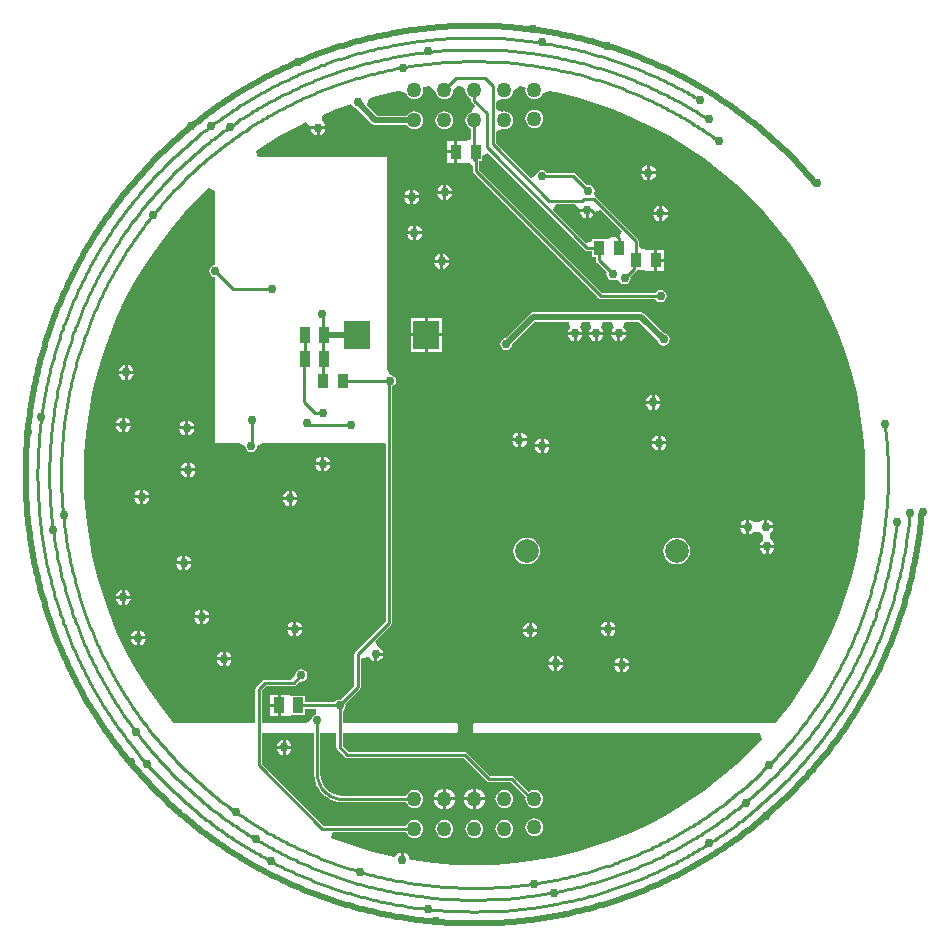
<source format=gbl>
%FSTAX23Y23*%
%MOIN*%
%SFA1B1*%

%IPPOS*%
%ADD40C,0.010000*%
%ADD45R,0.033470X0.051180*%
%ADD50R,0.037400X0.053150*%
%ADD63C,0.020000*%
%ADD64C,0.050000*%
%ADD65C,0.078740*%
%ADD66C,0.030000*%
%ADD67R,0.086610X0.092520*%
%LNspeakeasy_audio-1*%
%LPD*%
G36*
X03097Y04445D02*
X03112Y04441D01*
X03119Y04431*
X03119Y0443*
X0312Y04422*
X03123Y04415*
X03128Y04409*
X03134Y04404*
X03139Y04402*
Y04395*
X0314Y04391*
X03142Y04388*
X0315Y0438*
X0315Y04378*
X03142Y0436*
X03141Y04359*
X03134Y04356*
X03128Y04352*
X03123Y04345*
X0312Y04338*
X03119Y0433*
X0312Y04322*
X03123Y04315*
X03128Y04309*
X03134Y04304*
X03139Y04302*
Y04273*
X03139Y04272*
X0313Y04266*
X03113Y0426*
X03091*
Y04225*
Y04189*
X03113*
X03132Y04187*
X03141Y04181*
X03143Y04178*
Y04161*
X03144Y04157*
X03146Y04154*
X03562Y03737*
X03566Y03735*
X0357Y03734*
X03752*
X03755Y0373*
X03762Y03726*
X0377Y03724*
X03777Y03726*
X03784Y0373*
X03788Y03737*
X0379Y03745*
X03788Y03752*
X03784Y03759*
X03777Y03763*
X0377Y03765*
X03762Y03763*
X03755Y03759*
X03752Y03755*
X03574*
X03163Y04165*
Y04194*
X03175*
Y04212*
X03195Y0422*
X03517Y03897*
X03521Y03895*
X03525Y03894*
X03542*
Y03874*
X03554*
Y03863*
X03555Y03859*
X03557Y03856*
X0359Y03823*
X03589Y03818*
X03591Y0381*
X03595Y03803*
X03602Y03799*
X0361Y03797*
X03617Y03799*
X03629Y03797*
X03635Y0379*
X03642Y03786*
X0365Y03784*
X03657Y03786*
X03664Y0379*
X03668Y03797*
X0367Y03805*
X03669Y03809*
X03688Y03829*
X0369Y03832*
X03708Y03832*
X03726Y03828*
X03748*
Y03863*
Y03899*
X03726*
X03707Y03901*
X03698Y03907*
X03696Y0391*
Y03928*
X03695Y03932*
X03693Y03935*
X03553Y04075*
X0355Y04077*
X03548Y04087*
X0355Y04095*
X03548Y04102*
X03544Y04109*
X03537Y04113*
X03529Y04115*
X03524Y04114*
X03486Y04152*
X03483Y04154*
X03479Y04155*
X03391*
X03389Y04159*
X03382Y04163*
X03374Y04165*
X03366Y04163*
X0336Y04159*
X03355Y04152*
X03354Y04147*
X03345Y04142*
X03334Y04139*
X0322Y04254*
Y0429*
X03224Y04294*
X0324Y04302*
X03241Y04301*
X03249Y043*
X03257Y04301*
X03264Y04304*
X03271Y04309*
X03275Y04315*
X03278Y04322*
X03279Y0433*
X03278Y04338*
X03275Y04345*
X03271Y04352*
X03264Y04356*
X03257Y04359*
X03249Y0436*
X03241Y04359*
X0324Y04359*
X03224Y04366*
X0322Y0437*
Y0439*
X03224Y04394*
X0324Y04402*
X03241Y04401*
X03249Y044*
X03257Y04401*
X03264Y04404*
X03271Y04409*
X03275Y04415*
X03278Y04422*
X03279Y04427*
X03288Y04436*
X03297Y04443*
X03319Y0444*
X0332Y04438*
X03319Y0443*
X0332Y04422*
X03323Y04415*
X03328Y04409*
X03334Y04404*
X03341Y04401*
X03349Y044*
X03357Y04401*
X03364Y04404*
X03371Y04409*
X03375Y04415*
X03378Y04422*
X03399Y04427*
X0342Y04423*
X03486Y04407*
X03552Y04388*
X03616Y04365*
X03679Y04339*
X0374Y04309*
X038Y04277*
X03858Y04241*
X03915Y04203*
X03969Y04161*
X0402Y04117*
X0407Y0407*
X04117Y0402*
X04161Y03969*
X04203Y03915*
X04241Y03858*
X04277Y038*
X04309Y0374*
X04339Y03679*
X04365Y03616*
X04388Y03552*
X04407Y03486*
X04423Y0342*
X04435Y03353*
X04444Y03285*
X0445Y03217*
X04451Y03149*
X0445Y03081*
X04444Y03013*
X04435Y02945*
X04423Y02878*
X04407Y02812*
X04388Y02747*
X04365Y02682*
X04339Y02619*
X04309Y02558*
X04277Y02498*
X04241Y0244*
X04203Y02384*
X04161Y0233*
X04153Y0232*
X03149*
X03145Y02318*
X03144Y02315*
Y02295*
X03145Y02291*
X03149Y02289*
X041*
X04109Y02269*
X0407Y02228*
X0402Y02181*
X03969Y02137*
X03915Y02096*
X03858Y02057*
X038Y02021*
X0374Y01989*
X03679Y01959*
X03616Y01933*
X03552Y01911*
X03486Y01891*
X0342Y01875*
X03353Y01863*
X03285Y01854*
X03217Y01849*
X03149Y01847*
X03081Y01849*
X03013Y01854*
X02945Y01863*
X02934Y01865*
X02932Y01874*
X02927Y01883*
X02918Y01888*
X02909Y0189*
X02899Y01888*
X02891Y01883*
X02885Y01874*
X02866Y01878*
X02812Y01891*
X02747Y01911*
X02682Y01933*
X02672Y01938*
X02676Y01958*
X02921*
X02923Y01953*
X02928Y01947*
X02934Y01942*
X02941Y01939*
X02949Y01938*
X02957Y01939*
X02964Y01942*
X02971Y01947*
X02975Y01953*
X02978Y0196*
X02979Y01968*
X02978Y01976*
X02975Y01983*
X02971Y01989*
X02964Y01994*
X02957Y01997*
X02949Y01998*
X02941Y01997*
X02934Y01994*
X02928Y01989*
X02923Y01983*
X02921Y01978*
X02645*
X0244Y02184*
Y02289*
X02614*
Y02152*
X02614*
X02616Y02134*
X02616Y02133*
X02621Y02116*
X0263Y021*
X02642Y02085*
X02656Y02073*
X02672Y02065*
X02689Y0206*
X0269Y02059*
X02709Y02058*
Y02058*
X02921*
X02923Y02053*
X02928Y02047*
X02934Y02042*
X02941Y02039*
X02949Y02038*
X02957Y02039*
X02964Y02042*
X02971Y02047*
X02975Y02053*
X02978Y0206*
X02979Y02068*
X02978Y02076*
X02975Y02083*
X02971Y02089*
X02964Y02094*
X02957Y02097*
X02949Y02098*
X02941Y02097*
X02934Y02094*
X02928Y02089*
X02923Y02083*
X02921Y02078*
X02709*
X02708Y02078*
X02694Y0208*
X0268Y02084*
X02667Y02091*
X02656Y021*
X02647Y02111*
X0264Y02124*
X02636Y02138*
X02635Y02152*
X02635Y02152*
Y02289*
X02689*
Y0224*
X0269Y02236*
X02692Y02232*
X02717Y02207*
X02721Y02205*
X02725Y02204*
X03113*
X0319Y02127*
X03194Y02125*
X03198Y02124*
X03269*
X0332Y02074*
X03319Y02068*
X0332Y0206*
X03323Y02053*
X03328Y02047*
X03334Y02042*
X03341Y02039*
X03349Y02038*
X03357Y02039*
X03364Y02042*
X03371Y02047*
X03375Y02053*
X03378Y0206*
X03379Y02068*
X03378Y02076*
X03375Y02083*
X03371Y02089*
X03364Y02094*
X03357Y02097*
X03349Y02098*
X03341Y02097*
X03334Y02094*
X03331Y02092*
X03281Y02142*
X03278Y02144*
X03274Y02145*
X03202*
X03125Y02222*
X03122Y02224*
X03118Y02225*
X02729*
X0271Y02244*
Y02289*
X03089*
X03093Y02291*
X03094Y02295*
Y02315*
X03093Y02318*
X03089Y0232*
X0271*
Y02362*
X02714Y02365*
X02718Y02372*
X0272Y0238*
X02719Y02384*
X02767Y02432*
X02769Y02436*
X0277Y0244*
Y02534*
X02776Y02538*
X02796Y02541*
X02801Y02533*
X0281Y02527*
X02815Y02527*
Y02551*
X0282*
Y02556*
X02844*
X02843Y02561*
X02838Y02569*
X02829Y02575*
X02826Y02575*
X02818Y02593*
X02818Y02596*
X02872Y02649*
X02874Y02653*
X02875Y02656*
Y03443*
X02875*
X02881Y03447*
X02886Y03454*
X02887Y03462*
X02886Y0347*
X02881Y03476*
X02875Y03481*
X02867Y03482*
X02858Y03501*
Y04204*
X02856Y04208*
X02852Y04209*
X02427*
X02421Y04228*
X0244Y04241*
X02498Y04277*
X02558Y04309*
X02587Y04323*
X02588Y04323*
X02601Y04311*
X02652*
X02652Y04316*
X02646Y04324*
X02642Y04327*
X02641Y04343*
X02643Y04348*
X02682Y04365*
X02737Y04384*
X02741Y04382*
X02745Y04375*
X02752Y04371*
X02758Y04369*
X02808Y04319*
X02813Y04316*
X02819Y04315*
X02923*
X02928Y04309*
X02934Y04304*
X02941Y04301*
X02949Y043*
X02957Y04301*
X02964Y04304*
X02971Y04309*
X02975Y04315*
X02978Y04322*
X02979Y0433*
X02978Y04338*
X02975Y04345*
X02971Y04352*
X02964Y04356*
X02957Y04359*
X02949Y0436*
X02941Y04359*
X02934Y04356*
X02928Y04352*
X02923Y04346*
X02825*
X02791Y0438*
X02797Y04402*
X02812Y04407*
X02878Y04423*
X02899Y04427*
X0292Y04422*
X02923Y04415*
X02928Y04409*
X02934Y04404*
X02941Y04401*
X02949Y044*
X02957Y04401*
X02964Y04404*
X02971Y04409*
X02975Y04415*
X02978Y04422*
X02979Y0443*
X02978Y04438*
X02979Y0444*
X03001Y04443*
X03011Y04436*
X03019Y04427*
X0302Y04422*
X03023Y04415*
X03028Y04409*
X03034Y04404*
X03041Y04401*
X03049Y044*
X03057Y04401*
X03064Y04404*
X03071Y04409*
X03075Y04415*
X03078Y04422*
X03079Y0443*
X03093Y04445*
X03097Y04445*
G37*
G36*
X03489Y04049D02*
X03498Y04035D01*
X03525*
Y0403*
X0353*
Y04005*
X03534Y04006*
X03543Y04011*
X03548Y0402*
X03549Y04023*
X03567Y0403*
X03569Y04031*
X0364Y0396*
X03631Y0394*
X03604*
Y03939*
X03586Y03935*
X03584*
X03542*
Y03929*
X03522Y03921*
X03412Y04032*
X0342Y04052*
X03485*
X03489Y04049*
G37*
G36*
X02284Y04095D02*
Y03848D01*
X02277Y03847*
X0227Y03842*
X02266Y03836*
X02264Y03828*
X02266Y0382*
X0227Y03814*
X02277Y03809*
X02284Y03808*
Y03259*
X02286Y03255*
X0229Y03253*
X02365*
X02384Y03245*
X02386Y03237*
X0239Y0323*
X02397Y03226*
X02405Y03224*
X02412Y03226*
X02419Y0323*
X02423Y03237*
X02425Y03245*
X02444Y03253*
X02852*
X02854Y03252*
Y02661*
X02752Y02559*
X0275Y02555*
X02749Y02551*
Y02444*
X02704Y02399*
X027Y024*
X02692Y02398*
X02685Y02394*
X02682Y0239*
X02585*
Y02411*
X02545*
X02527Y02416*
X02519*
X02503*
Y0238*
Y02343*
X02519*
X02527*
X02545Y02348*
X02585*
Y02369*
X0262*
X02622Y02349*
X02617Y02348*
X0261Y02344*
X02606Y02337*
X02604Y0233*
X02586Y0232*
X0244*
Y0243*
X02454Y02444*
X02546*
X0255Y02445*
X02554Y02447*
X02566Y0246*
X02571Y02459*
X02579Y02461*
X02586Y02465*
X0259Y02472*
X02592Y0248*
X0259Y02487*
X02586Y02494*
X02579Y02498*
X02571Y025*
X02564Y02498*
X02557Y02494*
X02553Y02487*
X02551Y0248*
X02536Y02465*
X0245*
X02446Y02464*
X02442Y02462*
X02422Y02442*
X0242Y02438*
X02419Y02435*
Y0232*
X02147*
X02146Y02319*
X02137Y0233*
X02096Y02384*
X02057Y0244*
X02021Y02498*
X01989Y02558*
X01959Y02619*
X01933Y02682*
X01911Y02747*
X01891Y02812*
X01875Y02878*
X01863Y02945*
X01854Y03013*
X01849Y03081*
X01847Y03149*
X01849Y03217*
X01854Y03285*
X01863Y03353*
X01875Y0342*
X01891Y03486*
X01911Y03552*
X01933Y03616*
X01959Y03679*
X01989Y0374*
X02021Y038*
X02057Y03858*
X02096Y03915*
X02137Y03969*
X02181Y0402*
X02228Y0407*
X02264Y04104*
X02284Y04095*
G37*
%LNspeakeasy_audio-2*%
%LPC*%
G36*
X03349Y04365D02*
X03341Y04364D01*
X03334Y04361*
X03328Y04357*
X03323Y0435*
X0332Y04343*
X03319Y04335*
X0332Y04327*
X03323Y0432*
X03328Y04314*
X03334Y04309*
X03341Y04306*
X03349Y04305*
X03357Y04306*
X03364Y04309*
X03371Y04314*
X03375Y0432*
X03378Y04327*
X03379Y04335*
X03378Y04343*
X03375Y0435*
X03371Y04357*
X03364Y04361*
X03357Y04364*
X03349Y04365*
G37*
G36*
X03049Y0436D02*
X03041Y04359D01*
X03034Y04356*
X03028Y04352*
X03023Y04345*
X0302Y04338*
X03019Y0433*
X0302Y04322*
X03023Y04315*
X03028Y04309*
X03034Y04304*
X03041Y04301*
X03049Y043*
X03057Y04301*
X03064Y04304*
X03071Y04309*
X03075Y04315*
X03078Y04322*
X03079Y0433*
X03078Y04338*
X03075Y04345*
X03071Y04352*
X03064Y04356*
X03057Y04359*
X03049Y0436*
G37*
G36*
X02652Y04301D02*
X02633D01*
Y04282*
X02638Y04282*
X02646Y04288*
X02652Y04296*
X02652Y04301*
G37*
G36*
X02623D02*
X02603D01*
X02604Y04296*
X0261Y04288*
X02618Y04282*
X02623Y04282*
Y04301*
G37*
G36*
X03081Y0426D02*
X03059D01*
Y0423*
X03081*
Y0426*
G37*
G36*
Y0422D02*
X03059D01*
Y04189*
X03081*
Y0422*
G37*
G36*
X03734Y0418D02*
Y0416D01*
X03754*
X03753Y04165*
X03747Y04173*
X03739Y04179*
X03734Y0418*
G37*
G36*
X03724D02*
X03719Y04179D01*
X03711Y04173*
X03706Y04165*
X03705Y0416*
X03724*
Y0418*
G37*
G36*
X03754Y0415D02*
X03734D01*
Y04131*
X03739Y04132*
X03747Y04137*
X03753Y04146*
X03754Y0415*
G37*
G36*
X03724D02*
X03705D01*
X03706Y04146*
X03711Y04137*
X03719Y04132*
X03724Y04131*
Y0415*
G37*
G36*
X03055Y04114D02*
Y04095D01*
X03074*
X03073Y04099*
X03068Y04108*
X03059Y04113*
X03055Y04114*
G37*
G36*
X03045D02*
X0304Y04113D01*
X03031Y04108*
X03026Y04099*
X03025Y04095*
X03045*
Y04114*
G37*
G36*
X02945Y04099D02*
Y0408D01*
X02964*
X02963Y04084*
X02958Y04093*
X02949Y04098*
X02945Y04099*
G37*
G36*
X02935D02*
X0293Y04098D01*
X02921Y04093*
X02916Y04084*
X02915Y0408*
X02935*
Y04099*
G37*
G36*
X03074Y04085D02*
X03055D01*
Y04065*
X03059Y04066*
X03068Y04071*
X03073Y0408*
X03074Y04085*
G37*
G36*
X03045D02*
X03025D01*
X03026Y0408*
X03031Y04071*
X0304Y04066*
X03045Y04065*
Y04085*
G37*
G36*
X02964Y0407D02*
X02945D01*
Y0405*
X02949Y04051*
X02958Y04056*
X02963Y04065*
X02964Y0407*
G37*
G36*
X02935D02*
X02915D01*
X02916Y04065*
X02921Y04056*
X0293Y04051*
X02935Y0405*
Y0407*
G37*
G36*
X03774Y04044D02*
Y04025D01*
X03794*
X03793Y04029*
X03787Y04038*
X03779Y04043*
X03774Y04044*
G37*
G36*
X03764D02*
X03759Y04043D01*
X03751Y04038*
X03746Y04029*
X03745Y04025*
X03764*
Y04044*
G37*
G36*
X03794Y04015D02*
X03774D01*
Y03995*
X03779Y03996*
X03787Y04001*
X03793Y0401*
X03794Y04015*
G37*
G36*
X03764D02*
X03745D01*
X03746Y0401*
X03751Y04001*
X03759Y03996*
X03764Y03995*
Y04015*
G37*
G36*
X02954Y03979D02*
Y0396D01*
X02974*
X02973Y03964*
X02967Y03973*
X02959Y03978*
X02954Y03979*
G37*
G36*
X02944D02*
X02939Y03978D01*
X02931Y03973*
X02926Y03964*
X02925Y0396*
X02944*
Y03979*
G37*
G36*
X02974Y0395D02*
X02954D01*
Y0393*
X02959Y03931*
X02967Y03936*
X02973Y03945*
X02974Y0395*
G37*
G36*
X02944D02*
X02925D01*
X02926Y03945*
X02931Y03936*
X02939Y03931*
X02944Y0393*
Y0395*
G37*
G36*
X0378Y03899D02*
X03758D01*
Y03868*
X0378*
Y03899*
G37*
G36*
X03045Y03884D02*
Y03865D01*
X03064*
X03063Y03869*
X03058Y03878*
X03049Y03883*
X03045Y03884*
G37*
G36*
X03035D02*
X0303Y03883D01*
X03021Y03878*
X03016Y03869*
X03015Y03865*
X03035*
Y03884*
G37*
G36*
X03064Y03855D02*
X03045D01*
Y03835*
X03049Y03836*
X03058Y03841*
X03063Y0385*
X03064Y03855*
G37*
G36*
X03035D02*
X03015D01*
X03016Y0385*
X03021Y03841*
X0303Y03836*
X03035Y03835*
Y03855*
G37*
G36*
X0378Y03858D02*
X03758D01*
Y03828*
X0378*
Y03858*
G37*
G36*
X03042Y03671D02*
X02994D01*
Y0362*
X03042*
Y03671*
G37*
G36*
X02984D02*
X02936D01*
Y0362*
X02984*
Y03671*
G37*
G36*
X03654Y03615D02*
X03635D01*
Y03595*
X03639Y03596*
X03648Y03601*
X03653Y0361*
X03654Y03615*
G37*
G36*
X03625D02*
X03605D01*
X03606Y0361*
X03611Y03601*
X0362Y03596*
X03625Y03595*
Y03615*
G37*
G36*
X03579D02*
X0356D01*
Y03595*
X03564Y03596*
X03573Y03601*
X03578Y0361*
X03579Y03615*
G37*
G36*
X0355D02*
X0353D01*
X03531Y0361*
X03536Y03601*
X03545Y03596*
X0355Y03595*
Y03615*
G37*
G36*
X03509D02*
X0349D01*
Y03595*
X03494Y03596*
X03503Y03601*
X03508Y0361*
X03509Y03615*
G37*
G36*
X0348D02*
X0346D01*
X03461Y0361*
X03466Y03601*
X03475Y03596*
X0348Y03595*
Y03615*
G37*
G36*
X03705Y0369D02*
X03345D01*
X03339Y03689*
X03334Y03685*
X03253Y03605*
X03247Y03603*
X0324Y03599*
X03236Y03592*
X03234Y03585*
X03236Y03577*
X0324Y0357*
X03247Y03566*
X03255Y03564*
X03262Y03566*
X03269Y0357*
X03273Y03577*
X03275Y03583*
X03351Y03659*
X03463*
X03469Y03639*
X03466Y03638*
X03461Y03629*
X0346Y03625*
X03509*
X03508Y03629*
X03503Y03638*
X035Y03639*
X03506Y03659*
X03533*
X03539Y03639*
X03536Y03638*
X03531Y03629*
X0353Y03625*
X03579*
X03578Y03629*
X03573Y03638*
X0357Y03639*
X03576Y03659*
X03608*
X03614Y03639*
X03611Y03638*
X03606Y03629*
X03605Y03625*
X03654*
X03653Y03629*
X03648Y03638*
X03645Y03639*
X03651Y03659*
X03698*
X03759Y03598*
X03761Y03592*
X03765Y03585*
X03772Y03581*
X0378Y03579*
X03787Y03581*
X03794Y03585*
X03798Y03592*
X038Y036*
X03798Y03607*
X03794Y03614*
X03787Y03618*
X03781Y0362*
X03715Y03685*
X0371Y03689*
X03705Y0369*
G37*
G36*
X03042Y0361D02*
X02994D01*
Y03558*
X03042*
Y0361*
G37*
G36*
X02984D02*
X02936D01*
Y03558*
X02984*
Y0361*
G37*
G36*
X0375Y03414D02*
Y03395D01*
X03769*
X03768Y03399*
X03763Y03408*
X03754Y03413*
X0375Y03414*
G37*
G36*
X0374D02*
X03735Y03413D01*
X03726Y03408*
X03721Y03399*
X0372Y03395*
X0374*
Y03414*
G37*
G36*
X03769Y03385D02*
X0375D01*
Y03365*
X03754Y03366*
X03763Y03371*
X03768Y0338*
X03769Y03385*
G37*
G36*
X0374D02*
X0372D01*
X03721Y0338*
X03726Y03371*
X03735Y03366*
X0374Y03365*
Y03385*
G37*
G36*
X03304Y03289D02*
Y0327D01*
X03324*
X03323Y03274*
X03317Y03283*
X03309Y03288*
X03304Y03289*
G37*
G36*
X03294D02*
X03289Y03288D01*
X03281Y03283*
X03276Y03274*
X03275Y0327*
X03294*
Y03289*
G37*
G36*
X0377Y03279D02*
Y0326D01*
X03789*
X03788Y03264*
X03783Y03273*
X03774Y03278*
X0377Y03279*
G37*
G36*
X0376D02*
X03755Y03278D01*
X03746Y03273*
X03741Y03264*
X0374Y0326*
X0376*
Y03279*
G37*
G36*
X0338Y03269D02*
Y0325D01*
X03399*
X03398Y03254*
X03393Y03263*
X03384Y03268*
X0338Y03269*
G37*
G36*
X0337D02*
X03365Y03268D01*
X03356Y03263*
X03351Y03254*
X0335Y0325*
X0337*
Y03269*
G37*
G36*
X03324Y0326D02*
X03304D01*
Y0324*
X03309Y03241*
X03317Y03246*
X03323Y03255*
X03324Y0326*
G37*
G36*
X03294D02*
X03275D01*
X03276Y03255*
X03281Y03246*
X03289Y03241*
X03294Y0324*
Y0326*
G37*
G36*
X03789Y0325D02*
X0377D01*
Y0323*
X03774Y03231*
X03783Y03236*
X03788Y03245*
X03789Y0325*
G37*
G36*
X0376D02*
X0374D01*
X03741Y03245*
X03746Y03236*
X03755Y03231*
X0376Y0323*
Y0325*
G37*
G36*
X03399Y0324D02*
X0338D01*
Y0322*
X03384Y03221*
X03393Y03226*
X03398Y03235*
X03399Y0324*
G37*
G36*
X0337D02*
X0335D01*
X03351Y03235*
X03356Y03226*
X03365Y03221*
X0337Y0322*
Y0324*
G37*
G36*
X04115Y02999D02*
X0411Y02998D01*
X04101Y02993*
X04101Y02991*
X041Y02991*
X04079*
X04078Y02991*
X04078Y02993*
X04069Y02998*
X04065Y02999*
Y02975*
Y0295*
X04069Y02951*
X04078Y02956*
X04078Y02958*
X04079Y02958*
X041*
X04101Y02958*
X04101Y02956*
X04109Y02951*
X0411Y02948*
X04111Y0293*
X04106Y02928*
X04101Y02919*
X041Y02915*
X04149*
X04148Y02919*
X04143Y02928*
X04135Y02933*
X04134Y02936*
X04133Y02954*
X04138Y02956*
X04143Y02965*
X04144Y0297*
X0412*
Y02975*
X04115*
Y02999*
G37*
G36*
X04125D02*
Y0298D01*
X04144*
X04143Y02984*
X04138Y02993*
X04129Y02998*
X04125Y02999*
G37*
G36*
X04055D02*
X0405Y02998D01*
X04041Y02993*
X04036Y02984*
X04035Y0298*
X04055*
Y02999*
G37*
G36*
Y0297D02*
X04035D01*
X04036Y02965*
X04041Y02956*
X0405Y02951*
X04055Y0295*
Y0297*
G37*
G36*
X04149Y02905D02*
X0413D01*
Y02885*
X04134Y02886*
X04143Y02891*
X04148Y029*
X04149Y02905*
G37*
G36*
X0412D02*
X041D01*
X04101Y029*
X04106Y02891*
X04115Y02886*
X0412Y02885*
Y02905*
G37*
G36*
X03824Y02939D02*
X03812Y02938D01*
X03801Y02933*
X03792Y02926*
X03785Y02917*
X03781Y02906*
X03779Y02895*
X03781Y02883*
X03785Y02872*
X03792Y02863*
X03801Y02856*
X03812Y02851*
X03824Y0285*
X03835Y02851*
X03846Y02856*
X03855Y02863*
X03862Y02872*
X03867Y02883*
X03868Y02895*
X03867Y02906*
X03862Y02917*
X03855Y02926*
X03846Y02933*
X03835Y02938*
X03824Y02939*
G37*
G36*
X03324D02*
X03312Y02938D01*
X03301Y02933*
X03292Y02926*
X03285Y02917*
X03281Y02906*
X03279Y02895*
X03281Y02883*
X03285Y02872*
X03292Y02863*
X03301Y02856*
X03312Y02851*
X03324Y0285*
X03335Y02851*
X03346Y02856*
X03355Y02863*
X03362Y02872*
X03367Y02883*
X03368Y02895*
X03367Y02906*
X03362Y02917*
X03355Y02926*
X03346Y02933*
X03335Y02938*
X03324Y02939*
G37*
G36*
X036Y02659D02*
Y0264D01*
X03619*
X03618Y02644*
X03613Y02653*
X03604Y02658*
X036Y02659*
G37*
G36*
X0359D02*
X03585Y02658D01*
X03576Y02653*
X03571Y02644*
X0357Y0264*
X0359*
Y02659*
G37*
G36*
X0334Y02656D02*
Y02636D01*
X03359*
X03358Y02641*
X03353Y02649*
X03344Y02655*
X0334Y02656*
G37*
G36*
X0333D02*
X03325Y02655D01*
X03316Y02649*
X03311Y02641*
X0331Y02636*
X0333*
Y02656*
G37*
G36*
X03619Y0263D02*
X036D01*
Y0261*
X03604Y02611*
X03613Y02616*
X03618Y02625*
X03619Y0263*
G37*
G36*
X0359D02*
X0357D01*
X03571Y02625*
X03576Y02616*
X03585Y02611*
X0359Y0261*
Y0263*
G37*
G36*
X03359Y02626D02*
X0334D01*
Y02607*
X03344Y02607*
X03353Y02613*
X03358Y02621*
X03359Y02626*
G37*
G36*
X0333D02*
X0331D01*
X03311Y02621*
X03316Y02613*
X03325Y02607*
X0333Y02607*
Y02626*
G37*
G36*
X02844Y02546D02*
X02825D01*
Y02527*
X02829Y02527*
X02838Y02533*
X02843Y02541*
X02844Y02546*
G37*
G36*
X03425Y02544D02*
Y02525D01*
X03444*
X03443Y02529*
X03438Y02538*
X03429Y02543*
X03425Y02544*
G37*
G36*
X03415D02*
X0341Y02543D01*
X03401Y02538*
X03396Y02529*
X03395Y02525*
X03415*
Y02544*
G37*
G36*
X03645Y02539D02*
Y0252D01*
X03664*
X03663Y02524*
X03658Y02533*
X03649Y02538*
X03645Y02539*
G37*
G36*
X03635D02*
X0363Y02538D01*
X03621Y02533*
X03616Y02524*
X03615Y0252*
X03635*
Y02539*
G37*
G36*
X03444Y02515D02*
X03425D01*
Y02495*
X03429Y02496*
X03438Y02501*
X03443Y0251*
X03444Y02515*
G37*
G36*
X03415D02*
X03395D01*
X03396Y0251*
X03401Y02501*
X0341Y02496*
X03415Y02495*
Y02515*
G37*
G36*
X03664Y0251D02*
X03645D01*
Y0249*
X03649Y02491*
X03658Y02496*
X03663Y02505*
X03664Y0251*
G37*
G36*
X03635D02*
X03615D01*
X03616Y02505*
X03621Y02496*
X0363Y02491*
X03635Y0249*
Y0251*
G37*
G36*
X0252Y02264D02*
Y02245D01*
X02539*
X02538Y02249*
X02533Y02258*
X02524Y02263*
X0252Y02264*
G37*
G36*
X0251D02*
X02505Y02263D01*
X02496Y02258*
X02491Y02249*
X0249Y02245*
X0251*
Y02264*
G37*
G36*
X02539Y02235D02*
X0252D01*
Y02215*
X02524Y02216*
X02533Y02221*
X02538Y0223*
X02539Y02235*
G37*
G36*
X0251D02*
X0249D01*
X02491Y0223*
X02496Y02221*
X02505Y02216*
X0251Y02215*
Y02235*
G37*
G36*
X03154Y02103D02*
Y02073D01*
X03184*
X03183Y02077*
X0318Y02086*
X03174Y02093*
X03167Y02099*
X03158Y02102*
X03154Y02103*
G37*
G36*
X03054D02*
Y02073D01*
X03084*
X03083Y02077*
X0308Y02086*
X03074Y02093*
X03067Y02099*
X03058Y02102*
X03054Y02103*
G37*
G36*
X03144D02*
X0314Y02102D01*
X03131Y02099*
X03124Y02093*
X03119Y02086*
X03115Y02077*
X03114Y02073*
X03144*
Y02103*
G37*
G36*
X03044D02*
X0304Y02102D01*
X03031Y02099*
X03024Y02093*
X03019Y02086*
X03015Y02077*
X03014Y02073*
X03044*
Y02103*
G37*
G36*
X03249Y02098D02*
X03241Y02097D01*
X03234Y02094*
X03228Y02089*
X03223Y02083*
X0322Y02076*
X03219Y02068*
X0322Y0206*
X03223Y02053*
X03228Y02047*
X03234Y02042*
X03241Y02039*
X03249Y02038*
X03257Y02039*
X03264Y02042*
X03271Y02047*
X03275Y02053*
X03278Y0206*
X03279Y02068*
X03278Y02076*
X03275Y02083*
X03271Y02089*
X03264Y02094*
X03257Y02097*
X03249Y02098*
G37*
G36*
X03184Y02063D02*
X03154D01*
Y02033*
X03158Y02034*
X03167Y02037*
X03174Y02043*
X0318Y0205*
X03183Y02059*
X03184Y02063*
G37*
G36*
X03084D02*
X03054D01*
Y02033*
X03058Y02034*
X03067Y02037*
X03074Y02043*
X0308Y0205*
X03083Y02059*
X03084Y02063*
G37*
G36*
X03144D02*
X03114D01*
X03115Y02059*
X03119Y0205*
X03124Y02043*
X03131Y02037*
X0314Y02034*
X03144Y02033*
Y02063*
G37*
G36*
X03044D02*
X03014D01*
X03015Y02059*
X03019Y0205*
X03024Y02043*
X03031Y02037*
X0304Y02034*
X03044Y02033*
Y02063*
G37*
G36*
X03349Y02003D02*
X03341Y02002D01*
X03334Y01999*
X03328Y01994*
X03323Y01988*
X0332Y01981*
X03319Y01973*
X0332Y01965*
X03323Y01958*
X03328Y01952*
X03334Y01947*
X03341Y01944*
X03349Y01943*
X03357Y01944*
X03364Y01947*
X03371Y01952*
X03375Y01958*
X03378Y01965*
X03379Y01973*
X03378Y01981*
X03375Y01988*
X03371Y01994*
X03364Y01999*
X03357Y02002*
X03349Y02003*
G37*
G36*
X03249Y01998D02*
X03241Y01997D01*
X03234Y01994*
X03228Y01989*
X03223Y01983*
X0322Y01976*
X03219Y01968*
X0322Y0196*
X03223Y01953*
X03228Y01947*
X03234Y01942*
X03241Y01939*
X03249Y01938*
X03257Y01939*
X03264Y01942*
X03271Y01947*
X03275Y01953*
X03278Y0196*
X03279Y01968*
X03278Y01976*
X03275Y01983*
X03271Y01989*
X03264Y01994*
X03257Y01997*
X03249Y01998*
G37*
G36*
X03149D02*
X03141Y01997D01*
X03134Y01994*
X03128Y01989*
X03123Y01983*
X0312Y01976*
X03119Y01968*
X0312Y0196*
X03123Y01953*
X03128Y01947*
X03134Y01942*
X03141Y01939*
X03149Y01938*
X03157Y01939*
X03164Y01942*
X03171Y01947*
X03175Y01953*
X03178Y0196*
X03179Y01968*
X03178Y01976*
X03175Y01983*
X03171Y01989*
X03164Y01994*
X03157Y01997*
X03149Y01998*
G37*
G36*
X03049D02*
X03041Y01997D01*
X03034Y01994*
X03028Y01989*
X03023Y01983*
X0302Y01976*
X03019Y01968*
X0302Y0196*
X03023Y01953*
X03028Y01947*
X03034Y01942*
X03041Y01939*
X03049Y01938*
X03057Y01939*
X03064Y01942*
X03071Y01947*
X03075Y01953*
X03078Y0196*
X03079Y01968*
X03078Y01976*
X03075Y01983*
X03071Y01989*
X03064Y01994*
X03057Y01997*
X03049Y01998*
G37*
G36*
X0352Y04025D02*
X035D01*
X03501Y0402*
X03506Y04011*
X03515Y04006*
X0352Y04005*
Y04025*
G37*
G36*
X01993Y03514D02*
Y03495D01*
X02013*
X02012Y03499*
X02006Y03508*
X01998Y03513*
X01993Y03514*
G37*
G36*
X01983D02*
X01978Y03513D01*
X0197Y03508*
X01964Y03499*
X01964Y03495*
X01983*
Y03514*
G37*
G36*
X02013Y03485D02*
X01993D01*
Y03465*
X01998Y03466*
X02006Y03471*
X02012Y0348*
X02013Y03485*
G37*
G36*
X01983D02*
X01964D01*
X01964Y0348*
X0197Y03471*
X01978Y03466*
X01983Y03465*
Y03485*
G37*
G36*
Y03339D02*
Y0332D01*
X02003*
X02002Y03324*
X01996Y03333*
X01988Y03338*
X01983Y03339*
G37*
G36*
X01973D02*
X01968Y03338D01*
X0196Y03333*
X01954Y03324*
X01954Y0332*
X01973*
Y03339*
G37*
G36*
X02195Y03329D02*
Y0331D01*
X02214*
X02213Y03314*
X02208Y03323*
X02199Y03328*
X02195Y03329*
G37*
G36*
X02185D02*
X0218Y03328D01*
X02171Y03323*
X02166Y03314*
X02165Y0331*
X02185*
Y03329*
G37*
G36*
X02003Y0331D02*
X01983D01*
Y0329*
X01988Y03291*
X01996Y03296*
X02002Y03305*
X02003Y0331*
G37*
G36*
X01973D02*
X01954D01*
X01954Y03305*
X0196Y03296*
X01968Y03291*
X01973Y0329*
Y0331*
G37*
G36*
X02214Y033D02*
X02195D01*
Y0328*
X02199Y03281*
X02208Y03286*
X02213Y03295*
X02214Y033*
G37*
G36*
X02185D02*
X02165D01*
X02166Y03295*
X02171Y03286*
X0218Y03281*
X02185Y0328*
Y033*
G37*
G36*
X02648Y03209D02*
Y0319D01*
X02668*
X02667Y03194*
X02661Y03203*
X02653Y03208*
X02648Y03209*
G37*
G36*
X02638D02*
X02634Y03208D01*
X02625Y03203*
X0262Y03194*
X02619Y0319*
X02638*
Y03209*
G37*
G36*
X022Y03189D02*
Y0317D01*
X02219*
X02218Y03174*
X02213Y03183*
X02204Y03188*
X022Y03189*
G37*
G36*
X0219D02*
X02185Y03188D01*
X02176Y03183*
X02171Y03174*
X0217Y0317*
X0219*
Y03189*
G37*
G36*
X02668Y0318D02*
X02648D01*
Y0316*
X02653Y03161*
X02661Y03166*
X02667Y03175*
X02668Y0318*
G37*
G36*
X02638D02*
X02619D01*
X0262Y03175*
X02625Y03166*
X02634Y03161*
X02638Y0316*
Y0318*
G37*
G36*
X02219Y0316D02*
X022D01*
Y0314*
X02204Y03141*
X02213Y03146*
X02218Y03155*
X02219Y0316*
G37*
G36*
X0219D02*
X0217D01*
X02171Y03155*
X02176Y03146*
X02185Y03141*
X0219Y0314*
Y0316*
G37*
G36*
X02045Y03099D02*
Y0308D01*
X02064*
X02063Y03084*
X02058Y03093*
X02049Y03098*
X02045Y03099*
G37*
G36*
X02035D02*
X0203Y03098D01*
X02021Y03093*
X02016Y03084*
X02015Y0308*
X02035*
Y03099*
G37*
G36*
X0254Y03094D02*
Y03075D01*
X02559*
X02558Y03079*
X02553Y03088*
X02544Y03093*
X0254Y03094*
G37*
G36*
X0253D02*
X02525Y03093D01*
X02516Y03088*
X02511Y03079*
X0251Y03075*
X0253*
Y03094*
G37*
G36*
X02064Y0307D02*
X02045D01*
Y0305*
X02049Y03051*
X02058Y03056*
X02063Y03065*
X02064Y0307*
G37*
G36*
X02035D02*
X02015D01*
X02016Y03065*
X02021Y03056*
X0203Y03051*
X02035Y0305*
Y0307*
G37*
G36*
X02559Y03065D02*
X0254D01*
Y03045*
X02544Y03046*
X02553Y03051*
X02558Y0306*
X02559Y03065*
G37*
G36*
X0253D02*
X0251D01*
X02511Y0306*
X02516Y03051*
X02525Y03046*
X0253Y03045*
Y03065*
G37*
G36*
X02185Y02879D02*
Y0286D01*
X02204*
X02203Y02864*
X02198Y02873*
X02189Y02878*
X02185Y02879*
G37*
G36*
X02175D02*
X0217Y02878D01*
X02161Y02873*
X02156Y02864*
X02155Y0286*
X02175*
Y02879*
G37*
G36*
X02204Y0285D02*
X02185D01*
Y0283*
X02189Y02831*
X02198Y02836*
X02203Y02845*
X02204Y0285*
G37*
G36*
X02175D02*
X02155D01*
X02156Y02845*
X02161Y02836*
X0217Y02831*
X02175Y0283*
Y0285*
G37*
G36*
X01983Y02764D02*
Y02745D01*
X02003*
X02002Y02749*
X01996Y02758*
X01988Y02763*
X01983Y02764*
G37*
G36*
X01973D02*
X01968Y02763D01*
X0196Y02758*
X01954Y02749*
X01954Y02745*
X01973*
Y02764*
G37*
G36*
X02003Y02735D02*
X01983D01*
Y02715*
X01988Y02716*
X01996Y02721*
X02002Y0273*
X02003Y02735*
G37*
G36*
X01973D02*
X01954D01*
X01954Y0273*
X0196Y02721*
X01968Y02716*
X01973Y02715*
Y02735*
G37*
G36*
X02245Y02699D02*
Y0268D01*
X02264*
X02263Y02684*
X02258Y02693*
X02249Y02698*
X02245Y02699*
G37*
G36*
X02235D02*
X0223Y02698D01*
X02221Y02693*
X02216Y02684*
X02215Y0268*
X02235*
Y02699*
G37*
G36*
X02264Y0267D02*
X02245D01*
Y0265*
X02249Y02651*
X02258Y02656*
X02263Y02665*
X02264Y0267*
G37*
G36*
X02235D02*
X02215D01*
X02216Y02665*
X02221Y02656*
X0223Y02651*
X02235Y0265*
Y0267*
G37*
G36*
X02555Y02659D02*
Y0264D01*
X02574*
X02573Y02644*
X02568Y02653*
X02559Y02658*
X02555Y02659*
G37*
G36*
X02545D02*
X0254Y02658D01*
X02531Y02653*
X02526Y02644*
X02525Y0264*
X02545*
Y02659*
G37*
G36*
X02574Y0263D02*
X02555D01*
Y0261*
X02559Y02611*
X02568Y02616*
X02573Y02625*
X02574Y0263*
G37*
G36*
X02545D02*
X02525D01*
X02526Y02625*
X02531Y02616*
X0254Y02611*
X02545Y0261*
Y0263*
G37*
G36*
X02033Y02629D02*
Y0261D01*
X02053*
X02052Y02614*
X02046Y02623*
X02038Y02628*
X02033Y02629*
G37*
G36*
X02023D02*
X02018Y02628D01*
X0201Y02623*
X02004Y02614*
X02004Y0261*
X02023*
Y02629*
G37*
G36*
X02053Y026D02*
X02033D01*
Y0258*
X02038Y02581*
X02046Y02586*
X02052Y02595*
X02053Y026*
G37*
G36*
X02023D02*
X02004D01*
X02004Y02595*
X0201Y02586*
X02018Y02581*
X02023Y0258*
Y026*
G37*
G36*
X0232Y02559D02*
Y0254D01*
X02339*
X02338Y02544*
X02333Y02553*
X02324Y02558*
X0232Y02559*
G37*
G36*
X0231D02*
X02305Y02558D01*
X02296Y02553*
X02291Y02544*
X0229Y0254*
X0231*
Y02559*
G37*
G36*
X02339Y0253D02*
X0232D01*
Y0251*
X02324Y02511*
X02333Y02516*
X02338Y02525*
X02339Y0253*
G37*
G36*
X0231D02*
X0229D01*
X02291Y02525*
X02296Y02516*
X02305Y02511*
X0231Y0251*
Y0253*
G37*
G36*
X02493Y02416D02*
X02469D01*
Y02385*
X02493*
Y02416*
G37*
G36*
Y02375D02*
X02469D01*
Y02343*
X02493*
Y02375*
G37*
%LNspeakeasy_audio-3*%
%LPD*%
G54D40*
X02625Y02152D02*
X02625Y02142D01*
X02627Y02132*
X0263Y02122*
X02634Y02113*
X02639Y02104*
X02646Y02096*
X02653Y02089*
X02661Y02083*
X02669Y02078*
X02679Y02073*
X02688Y0207*
X02698Y02069*
X02709Y02068*
X03964Y0426D02*
X03956Y04266D01*
X03948Y04272*
X0394Y04278*
X03932Y04283*
X03923Y04289*
X03915Y04295*
X03907Y043*
X03898Y04306*
X0389Y04311*
X03881Y04316*
X03873Y04322*
X03864Y04327*
X03856Y04332*
X03847Y04337*
X03839Y04342*
X0383Y04347*
X03821Y04352*
X03812Y04357*
X03804Y04362*
X03795Y04366*
X03786Y04371*
X03777Y04376*
X03768Y0438*
X03759Y04385*
X0375Y04389*
X03741Y04393*
X03732Y04398*
X03723Y04402*
X03714Y04406*
X03705Y0441*
X03695Y04414*
X03686Y04418*
X03677Y04422*
X03668Y04426*
X03658Y04429*
X03649Y04433*
X0364Y04437*
X0363Y0444*
X03621Y04444*
X03612Y04447*
X03602Y0445*
X03593Y04454*
X03583Y04457*
X03574Y0446*
X03564Y04463*
X03555Y04466*
X03545Y04469*
X03535Y04472*
X03526Y04475*
X03516Y04477*
X03506Y0448*
X03497Y04483*
X03487Y04485*
X03477Y04487*
X03468Y0449*
X03458Y04492*
X03448Y04494*
X03438Y04496*
X03428Y04498*
X03419Y045*
X03409Y04502*
X03399Y04504*
X03389Y04506*
X03379Y04508*
X03369Y04509*
X03359Y04511*
X0335Y04512*
X0334Y04514*
X0333Y04515*
X0332Y04516*
X0331Y04518*
X033Y04519*
X0329Y0452*
X0328Y04521*
X0327Y04522*
X0326Y04523*
X0325Y04523*
X0324Y04524*
X0323Y04525*
X0322Y04525*
X0321Y04526*
X032Y04526*
X0319Y04526*
X0318Y04527*
X0317Y04527*
X0316Y04527*
X0315Y04527*
X0314Y04527*
X0313Y04527*
X0312Y04527*
X0311Y04527*
X031Y04526*
X0309Y04526*
X0308Y04525*
X0307Y04525*
X0306Y04524*
X0305Y04523*
X0304Y04523*
X0303Y04522*
X0302Y04521*
X0301Y0452*
X03Y04519*
X0299Y04518*
X0298Y04517*
X0297Y04515*
X0296Y04514*
X0295Y04513*
X0294Y04511*
X0293Y0451*
X02921Y04508*
X02911Y04506*
X02901Y04505*
X02891Y04503D01*
X02881Y04501*
X02871Y04499*
X02862Y04497*
X02852Y04495*
X02842Y04492*
X02832Y0449*
X02823Y04488*
X02813Y04485*
X02803Y04483*
X02794Y0448*
X02784Y04478*
X02774Y04475*
X02765Y04472*
X02755Y0447*
X02746Y04467*
X02736Y04464*
X02727Y04461*
X02717Y04458*
X02708Y04454*
X02698Y04451*
X02689Y04448*
X02679Y04445*
X0267Y04441*
X02661Y04438*
X02651Y04434*
X02642Y0443*
X02633Y04427*
X02623Y04423*
X02614Y04419*
X02605Y04415*
X02596Y04411*
X02587Y04407*
X02578Y04403*
X02569Y04399*
X02559Y04395*
X0255Y0439*
X02542Y04386*
X02533Y04381*
X02524Y04377*
X02515Y04372*
X02506Y04368*
X02497Y04363*
X02488Y04358*
X0248Y04353*
X02471Y04349*
X02462Y04344*
X02454Y04339*
X02445Y04334*
X02436Y04328*
X02428Y04323*
X02419Y04318*
X02411Y04313*
X02402Y04307*
X02394Y04302*
X02386Y04296*
X02377Y04291*
X02369Y04285*
X02361Y04279*
X02353Y04274*
X02345Y04268*
X02337Y04262*
X02329Y04256*
X02321Y0425*
X02313Y04244*
X02305Y04238*
X02297Y04232*
X02289Y04226*
X02281Y04219*
X02273Y04213*
X02266Y04207*
X02258Y042*
X02251Y04194*
X02243Y04187*
X02235Y04181*
X02228Y04174*
X02221Y04167*
X02213Y04161*
X02206Y04154*
X02199Y04147*
X02191Y0414*
X02184Y04133*
X02177Y04126*
X0217Y04119*
X02163Y04112*
X02156Y04105*
X02149Y04097*
X02142Y0409*
X02136Y04083*
X02129Y04075*
X02122Y04068*
X02116Y04061*
X02109Y04053*
X02103Y04045*
X02096Y04038*
X0209Y0403*
X02083Y04022*
X02077Y04015*
X02071Y04007*
X02065Y03999*
X02058Y03991*
X02052Y03983*
X02046Y03975*
X0204Y03967*
X02034Y03959*
X02029Y03951*
X02023Y03943*
X02017Y03935*
X02011Y03927*
X02006Y03918*
X02Y0391*
X01995Y03902*
X01989Y03893*
X01984Y03885*
X01979Y03876*
X01973Y03868*
X01968Y03859*
X01963Y03851*
X01958Y03842*
X01953Y03833*
X01948Y03825*
X01943Y03816*
X01939Y03807*
X01934Y03799*
X01929Y0379*
X01924Y03781*
X0192Y03772*
X01915Y03763*
X01911Y03754*
X01907Y03745*
X01902Y03736*
X01898Y03727*
X01894Y03718*
X0189Y03709*
X01886Y037*
X01882Y0369*
X01878Y03681*
X01874Y03672*
X0187Y03663*
X01867Y03654*
X01863Y03644*
X0186Y03635*
X01856Y03626*
X01853Y03616*
X01849Y03607*
X01846Y03597*
X01843Y03588*
X0184Y03578*
X01837Y03569*
X01834Y03559*
X01831Y0355*
X01828Y0354*
X01825Y03531*
X01822Y03521*
X0182Y03511*
X01817Y03502*
X01815Y03492*
X01812Y03482*
X0181Y03473*
X01807Y03463*
X01805Y03453*
X01803Y03443*
X01801Y03434*
X01799Y03424*
X01797Y03414*
X01795Y03404*
X01793Y03395*
X01791Y03385*
X0179Y03375*
X01788Y03365*
X01787Y03355*
X01785Y03345*
X01784Y03335*
X01782Y03325*
X01781Y03316*
X0178Y03306*
X01779Y03296*
X01778Y03286*
X01777Y03276*
X01776Y03266*
X01775Y03256*
X01775Y03246*
X01774Y03236*
X01773Y03226*
X01773Y03216*
X01772Y03206*
X01772Y03196*
X01772Y03186*
X01771Y03176*
X01771Y03166*
X01771Y03156*
X01771Y03146*
X01771Y03136*
X01771Y03126*
X01772Y03116*
X01772Y03106*
X01772Y03096*
X01773Y03086*
X01773Y03076*
X01774Y03066*
X01774Y03056*
X01775Y03046*
X01776Y03036*
X01777Y03026*
X01778Y03016*
X01779Y03007D01*
X0178Y02997*
X01781Y02987*
X01782Y02977*
X01783Y02967*
X01785Y02957*
X01786Y02947*
X01788Y02937*
X01789Y02927*
X01791Y02917*
X01792Y02908*
X01794Y02898*
X01796Y02888*
X01798Y02878*
X018Y02868*
X01802Y02859*
X01804Y02849*
X01806Y02839*
X01809Y02829*
X01811Y0282*
X01814Y0281*
X01816Y028*
X01819Y02791*
X01821Y02781*
X01824Y02771*
X01827Y02762*
X0183Y02752*
X01832Y02743*
X01835Y02733*
X01839Y02724*
X01842Y02714*
X01845Y02705*
X01848Y02695*
X01851Y02686*
X01855Y02676*
X01858Y02667*
X01862Y02658*
X01865Y02648*
X01869Y02639*
X01873Y0263*
X01877Y02621*
X0188Y02611*
X01884Y02602*
X01888Y02593*
X01892Y02584*
X01897Y02575*
X01901Y02566*
X01905Y02557*
X01909Y02548*
X01914Y02539*
X01918Y0253*
X01923Y02521*
X01927Y02512*
X01932Y02503*
X01937Y02494*
X01941Y02485*
X01946Y02477*
X01951Y02468*
X01956Y02459*
X01961Y02451*
X01966Y02442*
X01971Y02434*
X01977Y02425*
X01982Y02417*
X01987Y02408*
X01993Y024*
X01998Y02391*
X02004Y02383*
X02009Y02375*
X02015Y02367*
X02021Y02358*
X02026Y0235*
X02032Y02342*
X02038Y02334*
X02044Y02326*
X0205Y02318*
X02056Y0231*
X02062Y02302*
X02068Y02294*
X02075Y02286*
X02081Y02279*
X02087Y02271*
X02094Y02263*
X021Y02256*
X02107Y02248*
X02113Y02241*
X0212Y02233*
X02126Y02226*
X02133Y02218*
X0214Y02211*
X02147Y02204*
X02154Y02196*
X02161Y02189*
X02168Y02182*
X02175Y02175*
X02182Y02168*
X02189Y02161*
X02196Y02154*
X02203Y02147*
X02211Y0214*
X02218Y02133*
X02225Y02127*
X02233Y0212*
X0224Y02113*
X02248Y02107*
X02255Y021*
X02263Y02094*
X02271Y02087*
X02278Y02081*
X02286Y02075*
X02294Y02069*
X02302Y02062*
X0231Y02056*
X02318Y0205*
X02326Y02044*
X02334Y02038*
X02342Y02032*
X0235Y02027*
X02358Y02021*
X02366Y02015*
X02374Y0201*
X02383Y02004*
X02391Y01998*
X02399Y01993*
X02408Y01988*
X02416Y01982*
X02425Y01977*
X02433Y01972*
X02442Y01967*
X0245Y01961*
X02459Y01956*
X02468Y01951*
X02476Y01947*
X02485Y01942*
X02494Y01937*
X02503Y01932*
X02512Y01928*
X0252Y01923*
X02529Y01918*
X02538Y01914*
X02547Y0191*
X02556Y01905*
X02565Y01901*
X02574Y01897*
X02583Y01893*
X02593Y01889*
X02602Y01885*
X02611Y01881*
X0262Y01877*
X02629Y01873*
X02639Y01869*
X02648Y01866*
X02657Y01862*
X02667Y01858*
X02676Y01855*
X02685Y01852*
X02695Y01848*
X02704Y01845*
X02714Y01842*
X02723Y01839*
X02733Y01836*
X02742Y01833*
X02752Y0183*
X02761Y01827*
X02771Y01824*
X02781Y01821*
X0279Y01819*
X028Y01816*
X0281Y01814*
X02819Y01811*
X02829Y01809*
X02839Y01807*
X02848Y01804*
X02858Y01802*
X02868Y018*
X02878Y01798*
X02888Y01796*
X02897Y01794*
X02907Y01793*
X02917Y01791*
X02927Y01789*
X02937Y01788*
X02947Y01786*
X02957Y01785*
X02966Y01783*
X02976Y01782*
X02986Y01781*
X02996Y0178*
X03006Y01779*
X03016Y01778*
X03026Y01777*
X03036Y01776*
X03046Y01775*
X03056Y01774*
X03066Y01774*
X03076Y01773*
X03086Y01773*
X03096Y01772*
X03106Y01772*
X03116Y01772*
X03126Y01771*
X03136Y01771*
X03146Y01771*
X03156Y01771*
X03166Y01771*
X03176Y01771*
X03186Y01772*
X03196Y01772*
X03206Y01772*
X03216Y01773*
X03226Y01773*
X03236Y01774*
X03246Y01775*
X03256Y01775*
X03266Y01776*
X03275Y01777*
X03285Y01778*
X03295Y01779*
X03305Y0178*
X03315Y01781*
X03325Y01782*
X03335Y01784*
X03345Y01785*
X03355Y01787*
X03365Y01788*
X03375Y0179*
X03384Y01791*
X03394Y01793*
X03404Y01795*
X03414Y01797*
X03424Y01799*
X03433Y01801*
X03443Y01803*
X03453Y01805*
X03463Y01807*
X03472Y0181*
X03482Y01812*
X03492Y01814*
X03501Y01817*
X03511Y0182*
X03521Y01822*
X0353Y01825*
X0354Y01828*
X0355Y01831*
X03559Y01834*
X03569Y01837*
X03578Y0184*
X03588Y01843*
X03597Y01846*
X03607Y01849*
X03616Y01853*
X03625Y01856*
X03635Y0186*
X03644Y01863*
X03653Y01867*
X03663Y0187*
X03672Y01874*
X03681Y01878*
X0369Y01882*
X03699Y01886*
X03709Y0189*
X03718Y01894*
X03727Y01898*
X03736Y01902*
X03745Y01907*
X03754Y01911*
X03763Y01915*
X03772Y0192*
X03781Y01924*
X0379Y01929*
X03798Y01934*
X03807Y01938*
X03816Y01943*
X03825Y01948*
X03833Y01953*
X03842Y01958*
X03851Y01963*
X03859Y01968*
X03868Y01973*
X03876Y01979*
X03885Y01984*
X03893Y01989*
X03902Y01995*
X0391Y02*
X03918Y02006*
X03926Y02011*
X03935Y02017*
X03943Y02023*
X03951Y02029*
X03959Y02034*
X03967Y0204*
X03975Y02046*
X03983Y02052*
X03991Y02058*
X03999Y02064*
X04007Y02071*
X04015Y02077*
X04022Y02083*
X0403Y0209*
X04038Y02096*
X04045Y02102*
X04053Y02109*
X0406Y02116*
X04068Y02122*
X04075Y02129*
X04083Y02136*
X0409Y02142*
X04097Y02149*
X04105Y02156*
X04112Y02163*
X04119Y0217*
X04126Y02177*
X04133Y02184*
X0414Y02191*
X04147Y02199*
X04154Y02206*
X0416Y02213*
X04167Y02221*
X04174Y02228*
X04181Y02235*
X04187Y02243*
X04194Y02251*
X042Y02258*
X04207Y02266*
X04213Y02273*
X04219Y02281*
X04226Y02289*
X04232Y02297*
X04238Y02305*
X04244Y02313*
X0425Y02321*
X04256Y02329*
X04262Y02337*
X04268Y02345*
X04274Y02353*
X04279Y02361*
X04285Y02369*
X04291Y02377*
X04296Y02386*
X04302Y02394*
X04307Y02402*
X04313Y02411*
X04318Y02419*
X04323Y02428*
X04328Y02436*
X04334Y02445*
X04339Y02454*
X04344Y02462*
X04349Y02471*
X04353Y0248*
X04358Y02488*
X04363Y02497*
X04368Y02506*
X04372Y02515*
X04377Y02524*
X04381Y02533*
X04386Y02542*
X0439Y02551*
X04395Y0256*
X04399Y02569*
X04403Y02578*
X04407Y02587*
X04411Y02596*
X04415Y02605*
X04419Y02614*
X04423Y02623*
X04427Y02633*
X0443Y02642*
X04434Y02651*
X04438Y02661*
X04441Y0267*
X04445Y02679*
X04448Y02689*
X04451Y02698*
X04454Y02708*
X04458Y02717*
X04461Y02727*
X04464Y02736*
X04467Y02746*
X0447Y02755*
X04472Y02765*
X04475Y02774*
X04478Y02784*
X0448Y02794*
X04483Y02803*
X04485Y02813*
X04488Y02823*
X0449Y02832*
X04492Y02842*
X04495Y02852*
X04497Y02862*
X04499Y02872*
X04501Y02881*
X04503Y02891*
X04505Y02901*
X04506Y02911*
X04508Y02921*
X0451Y0293*
X04511Y0294*
X04513Y0295*
X04514Y0296*
X04515Y0297*
X04517Y0298*
X04518Y0299*
X04519Y03*
X0452Y0301*
X04521Y0302*
X04522Y0303*
X04523Y0304*
X04523Y0305*
X04524Y0306*
X04525Y03069*
X04525Y03079*
X04526Y03089*
X04526Y03099*
X04526Y03109*
X04527Y03119*
X04527Y03129*
X04527Y03139*
X04527Y03149*
X04527Y03159*
X04527Y03169*
X04527Y03179*
X04526Y03189*
X04526Y03199*
X04526Y03209*
X04525Y03219*
X04525Y03229*
X04524Y03239*
X04523Y03249*
X04523Y03259*
X04522Y03269*
X04521Y03279*
X0452Y03289*
X04519Y03299*
X04518Y03309*
X04517Y03319*
Y03319*
X03929Y04333D02*
X0392Y04338D01*
X03912Y04344*
X03903Y04349*
X03895Y04354*
X03886Y0436*
X03878Y04365*
X03869Y0437*
X03861Y04375*
X03852Y0438*
X03843Y04385*
X03835Y0439*
X03826Y04394*
X03817Y04399*
X03808Y04404*
X03799Y04409*
X0379Y04413*
X03781Y04418*
X03772Y04422*
X03763Y04426*
X03754Y04431*
X03745Y04435*
X03736Y04439*
X03727Y04443*
X03718Y04447*
X03709Y04451*
X037Y04455*
X0369Y04459*
X03681Y04463*
X03672Y04467*
X03662Y0447*
X03653Y04474*
X03644Y04477*
X03634Y04481*
X03625Y04484*
X03616Y04487*
X03606Y04491*
X03597Y04494*
X03587Y04497*
X03578Y045*
X03568Y04503*
X03558Y04506*
X03549Y04509*
X03539Y04512*
X0353Y04514*
X0352Y04517*
X0351Y0452*
X03501Y04522*
X03491Y04525*
X03481Y04527*
X03471Y04529*
X03462Y04532*
X03452Y04534*
X03442Y04536*
X03432Y04538*
X03423Y0454*
X03413Y04542*
X03403Y04544*
X03393Y04545*
X03383Y04547*
X03373Y04549*
X03363Y0455*
X03353Y04552*
X03344Y04553*
X03334Y04554*
X03324Y04556*
X03314Y04557*
X03304Y04558*
X03294Y04559*
X03284Y0456*
X03274Y04561*
X03264Y04562*
X03254Y04563*
X03244Y04563*
X03234Y04564*
X03224Y04564*
X03214Y04565*
X03204Y04565*
X03194Y04566*
X03184Y04566*
X03174Y04566*
X03164Y04566*
X03154Y04566*
X03144*
X03134Y04566*
X03124Y04566*
X03114Y04566*
X03104Y04566*
X03094Y04565*
X03084Y04565*
X03074Y04564*
X03064Y04564*
X03054Y04563*
X03044Y04563*
X03034Y04562*
X03024Y04561*
X03014Y0456*
X03004Y04559*
X02994Y04558*
X02984Y04557*
X02974Y04556*
X02964Y04554*
X02955Y04553*
X02945Y04552*
X02935Y0455*
X02925Y04549*
X02915Y04547*
X02905Y04545*
X02895Y04544*
X02885Y04542*
X02876Y0454*
X02866Y04538*
X02856Y04536*
X02846Y04534*
X02836Y04532*
X02827Y04529*
X02817Y04527*
X02807Y04525*
X02798Y04522*
X02788Y0452*
X02778Y04517*
X02769Y04514*
X02759Y04512*
X02749Y04509*
X0274Y04506*
X0273Y04503*
X02721Y045*
X02711Y04497*
X02702Y04494*
X02692Y04491*
X02683Y04487*
X02673Y04484*
X02664Y04481*
X02654Y04477*
X02645Y04474*
X02636Y0447*
X02626Y04467*
X02617Y04463*
X02608Y04459*
X02599Y04455*
X02589Y04451*
X0258Y04447*
X02571Y04443*
X02562Y04439*
X02553Y04435*
X02544Y04431*
X02535Y04426*
X02526Y04422*
X02517Y04418*
X02508Y04413*
X02499Y04409*
X0249Y04404*
X02481Y04399*
X02472Y04394*
X02464Y0439*
X02455Y04385*
X02446Y0438*
X02438Y04375*
X02429Y0437*
X0242Y04365*
X02412Y0436*
X02403Y04354*
X02395Y04349*
X02386Y04344*
X02378Y04338*
X02369Y04333*
X02361Y04327*
X02353Y04322*
X02345Y04316*
X02336Y0431*
X02328Y04304*
X0232Y04299*
X02312Y04293*
X02304Y04287*
X02296Y04281*
X02288Y04275*
X0228Y04269*
X02272Y04263*
X02264Y04256*
X02256Y0425*
X02249Y04244*
X02241Y04237*
X02233Y04231*
X02226Y04224*
X02218Y04218*
X02211Y04211*
X02203Y04205*
X02196Y04198*
X02188Y04191*
X02181Y04184*
X02174Y04177*
X02167Y04171*
X02159Y04164*
X02152Y04157*
X02145Y0415*
X02138Y04142*
X02131Y04135*
X02124Y04128*
X02117Y04121*
X0211Y04113*
X02104Y04106*
X02097Y04099*
X0209Y04091*
X02084Y04084*
X02077Y04076*
X02071Y04069*
X02064Y04061*
X02058Y04053*
X02051Y04046*
X02045Y04038*
X02039Y0403*
X02033Y04022*
X02026Y04014*
X0202Y04006*
X02014Y03998*
X02008Y0399*
X02002Y03982*
X01997Y03974*
X01991Y03966*
X01985Y03958*
X01979Y03949*
X01974Y03941*
X01968Y03933*
X01963Y03924*
X01957Y03916*
X01952Y03908*
X01947Y03899*
X01941Y03891*
X01936Y03882*
X01931Y03874*
X01926Y03865*
X01921Y03856*
X01916Y03848*
X01911Y03839*
X01906Y0383*
X01901Y03821*
X01897Y03812*
X01892Y03804*
X01887Y03795*
X01883Y03786*
X01878Y03777*
X01874Y03768*
X0187Y03759*
X01865Y0375*
X01861Y03741*
X01857Y03732*
X01853Y03722*
X01849Y03713*
X01845Y03704*
X01841Y03695*
X01837Y03686*
X01834Y03676*
X0183Y03667*
X01826Y03658*
X01823Y03648*
X01819Y03639*
X01816Y0363*
X01812Y0362*
X01809Y03611*
X01806Y03601*
X01803Y03592*
X018Y03582*
X01797Y03573*
X01794Y03563*
X01791Y03554*
X01788Y03544*
X01785Y03534*
X01782Y03525*
X0178Y03515*
X01777Y03505*
X01775Y03496*
X01772Y03486*
X0177Y03476*
X01768Y03467*
X01766Y03457*
X01763Y03447*
X01761Y03437*
X01759Y03427*
X01757Y03418*
X01756Y03408*
X01754Y03398*
X01752Y03388*
X0175Y03378*
X01749Y03368*
X01747Y03358*
X01746Y03348*
X01745Y03339*
X01743Y03329*
X01742Y03319*
X01741Y03309*
X0174Y03299*
X01739Y03289*
X01738Y03279*
X01737Y03269*
X01736Y03259*
X01735Y03249*
X01735Y03239*
X01734Y03229*
X01734Y03219*
X01733Y03209*
X01733Y03199*
X01732Y03189*
X01732Y03179*
X01732Y03169*
X01732Y03159*
X01732Y03149*
X01732Y03139*
X01732Y03129*
X01732Y03119*
X01732Y03109*
X01733Y03099*
X01733Y03089*
X01734Y03079*
X01734Y03069*
X01735Y03059*
X01735Y03049*
X01736Y03039*
X01737Y03029*
X01738Y03019*
X01739Y03009*
X0174Y02999*
X01741Y02989*
X01742Y02979*
X01743Y02969*
X01745Y02959*
X01746Y0295*
X01747Y0294*
X01749Y0293*
X0175Y0292*
X01752Y0291*
X01754Y029*
X01756Y0289*
X01757Y0288*
X01759Y02871*
X01761Y02861*
X01763Y02851*
X01766Y02841*
X01768Y02832*
X0177Y02822*
X01772Y02812*
X01775Y02802*
X01777Y02793*
X0178Y02783*
X01783Y02773*
X01785Y02764*
X01788Y02754*
X01791Y02744*
X01794Y02735*
X01797Y02725*
X018Y02716*
X01803Y02706*
X01806Y02697*
X01809Y02687*
X01812Y02678*
X01816Y02668*
X01819Y02659*
X01823Y0265*
X01826Y0264*
X0183Y02631*
X01834Y02622*
X01837Y02612*
X01841Y02603*
X01845Y02594*
X01849Y02585*
X01853Y02576*
X01857Y02566*
X01861Y02557*
X01865Y02548*
X0187Y02539*
X01874Y0253*
X01878Y02521*
X01883Y02512*
X01887Y02503*
X01892Y02494*
X01897Y02486*
X01901Y02477*
X01906Y02468*
X01911Y02459*
X01916Y0245*
X01921Y02442*
X01926Y02433*
X01931Y02425*
X01936Y02416*
X01941Y02407*
X01947Y02399*
X01952Y0239*
X01957Y02382*
X01963Y02374*
X01968Y02365*
X01974Y02357*
X01979Y02349*
X01985Y0234*
X01991Y02332*
X01997Y02324*
X02003Y02316*
X02008Y02308*
X02014Y023*
X0202Y02292*
X02027Y02284*
X02033Y02276*
X02039Y02268*
X02045Y0226*
X02051Y02253*
X02058Y02245*
X02064Y02237*
X02071Y02229*
X02077Y02222*
X02084Y02214*
X0209Y02207*
X02097Y02199*
X02104Y02192*
X02111Y02185*
X02117Y02177*
X02124Y0217*
X02131Y02163*
X02138Y02156*
X02145Y02149*
X02152Y02142*
X02159Y02135*
X02167Y02128*
X02174Y02121*
X02181Y02114*
X02189Y02107*
X02196Y021*
X02203Y02094*
X02211Y02087*
X02218Y0208*
X02226Y02074*
X02234Y02067*
X02241Y02061*
X02249Y02054*
X02257Y02048*
X02264Y02042*
X02272Y02036*
X0228Y02029*
X02288Y02023*
X02296Y02017*
X02304Y02011*
X02312Y02005*
X0232Y01999*
X02328Y01994*
X02337Y01988*
X02345Y01982*
X02353Y01977*
X02361Y01971*
X0237Y01965*
X02378Y0196*
X02386Y01954*
X02395Y01949*
X02403Y01944*
X02412Y01939*
X0242Y01933*
X02429Y01928*
X02438Y01923*
X02446Y01918*
X02455Y01913*
X02464Y01908*
X02473Y01904*
X02481Y01899*
X0249Y01894*
X02499Y0189*
X02508Y01885*
X02517Y01881*
X02526Y01876*
X02535Y01872*
X02544Y01867*
X02553Y01863*
X02562Y01859*
X02571Y01855*
X0258Y01851*
X0259Y01847*
X02599Y01843*
X02608Y01839*
X02617Y01835*
X02627Y01832*
X02636Y01828*
X02645Y01824*
X02655Y01821*
X02664Y01817*
X02673Y01814*
X02683Y01811*
X02692Y01807*
X02702Y01804*
X02711Y01801*
X02721Y01798*
X0273Y01795*
X0274Y01792*
X0275Y01789*
X02759Y01786*
X02769Y01784*
X02778Y01781*
X02788Y01779*
X02798Y01776*
X02807Y01774*
X02817Y01771*
X02827Y01769*
X02837Y01767*
X02846Y01764*
X02856Y01762*
X02866Y0176*
X02876Y01758*
X02886Y01756*
X02896Y01755*
X02905Y01753*
X02915Y01751*
X02925Y0175*
X02935Y01748*
X02945Y01747*
X02955Y01745*
X02965Y01744*
X02975Y01743*
X02985Y01741*
X02995Y0174*
X03004Y01739*
X03014Y01738*
X03024Y01737*
X03034Y01736*
X03044Y01736*
X03054Y01735*
X03064Y01734*
X03074Y01734*
X03084Y01733*
X03094Y01733*
X03104Y01732*
X03114Y01732*
X03124Y01732*
X03134Y01732*
X03144Y01732*
X03154*
X03164Y01732*
X03174Y01732*
X03184Y01732*
X03194Y01733*
X03204Y01733*
X03214Y01733*
X03224Y01734*
X03234Y01734*
X03244Y01735*
X03254Y01736*
X03264Y01736*
X03274Y01737*
X03284Y01738*
X03294Y01739*
X03304Y0174*
X03314Y01741*
X03324Y01743*
X03334Y01744*
X03344Y01745*
X03354Y01747*
X03364Y01748*
X03373Y0175*
X03383Y01751*
X03393Y01753*
X03403Y01755*
X03413Y01757*
X03423Y01758*
X03433Y0176*
X03442Y01762*
X03452Y01765*
X03462Y01767*
X03472Y01769*
X03481Y01771*
X03491Y01774*
X03501Y01776*
X0351Y01779*
X0352Y01781*
X0353Y01784*
X03539Y01787*
X03549Y01789*
X03559Y01792*
X03568Y01795*
X03578Y01798*
X03587Y01801*
X03597Y01804*
X03606Y01808*
X03616Y01811*
X03625Y01814*
X03635Y01818*
X03644Y01821*
X03653Y01825*
X03663Y01828*
X03672Y01832*
X03681Y01835*
X03691Y01839*
X037Y01843*
X03709Y01847*
X03718Y01851*
X03727Y01855*
X03736Y01859*
X03746Y01863*
X03755Y01868*
X03764Y01872*
X03773Y01876*
X03782Y01881*
X03791Y01885*
X03799Y0189*
X03808Y01894*
X03817Y01899*
X03826Y01904*
X03835Y01909*
X03843Y01914*
X03852Y01918*
X03861Y01923*
X03869Y01929*
X03878Y01934*
X03887Y01939*
X03895Y01944*
X03904Y01949*
X03912Y01955*
X03921Y0196*
X03929Y01966*
X03937Y01971*
X03946Y01977*
X03954Y01982*
X03962Y01988*
X0397Y01994*
X03978Y02*
X03986Y02006*
X03994Y02011*
X04002Y02017*
X0401Y02024*
X04018Y0203*
X04026Y02036*
X04034Y02042*
X04042Y02048*
X0405Y02055*
X04057Y02061*
X04065Y02067*
X04073Y02074*
X0408Y02081*
X04088Y02087*
X04095Y02094*
X04103Y021*
X0411Y02107*
X04117Y02114*
X04125Y02121*
X04132Y02128*
X04139Y02135*
X04146Y02142*
X04153Y02149*
X0416Y02156*
X04167Y02163*
X04174Y0217*
X04181Y02178*
X04188Y02185*
X04195Y02192*
X04201Y022*
X04208Y02207*
X04215Y02215*
X04221Y02222*
X04228Y0223*
X04234Y02237*
X04241Y02245*
X04247Y02253*
X04253Y02261*
X0426Y02268*
X04266Y02276*
X04272Y02284*
X04278Y02292*
X04284Y023*
X0429Y02308*
X04296Y02316*
X04302Y02324*
X04308Y02332*
X04313Y02341*
X04319Y02349*
X04325Y02357*
X0433Y02366*
X04336Y02374*
X04341Y02382*
X04346Y02391*
X04352Y02399*
X04357Y02408*
X04362Y02416*
X04367Y02425*
X04372Y02433*
X04378Y02442*
X04382Y02451*
X04387Y0246*
X04392Y02468*
X04397Y02477*
X04402Y02486*
X04406Y02495*
X04411Y02504*
X04415Y02513*
X0442Y02522*
X04424Y02531*
X04429Y0254*
X04433Y02549*
X04437Y02558*
X04441Y02567*
X04445Y02576*
X04449Y02585*
X04453Y02594*
X04457Y02603*
X04461Y02613*
X04465Y02622*
X04468Y02631*
X04472Y02641*
X04476Y0265*
X04479Y02659*
X04483Y02669*
X04486Y02678*
X04489Y02688*
X04492Y02697*
X04496Y02707*
X04499Y02716*
X04502Y02726*
X04505Y02735*
X04508Y02745*
X0451Y02754*
X04513Y02764*
X04516Y02774*
X04518Y02783*
X04521Y02793*
X04523Y02803*
X04526Y02812*
X04528Y02822*
X0453Y02832*
X04533Y02842*
X04535Y02851*
X04537Y02861*
X04539Y02871*
X04541Y02881*
X04543Y02891*
X04544Y02901*
X04546Y0291*
X04548Y0292*
X04549Y0293*
X04551Y0294*
X04552Y0295*
X04554Y0296*
X04555Y0297*
X04556Y0298*
X04557Y0299*
X03899Y04398D02*
X0389Y04403D01*
X03882Y04408*
X03873Y04413*
X03864Y04418*
X03856Y04423*
X03847Y04428*
X03838Y04433*
X03829Y04437*
X0382Y04442*
X03811Y04447*
X03803Y04451*
X03794Y04455*
X03785Y0446*
X03776Y04464*
X03767Y04468*
X03757Y04473*
X03748Y04477*
X03739Y04481*
X0373Y04485*
X03721Y04489*
X03712Y04493*
X03702Y04497*
X03693Y045*
X03684Y04504*
X03675Y04508*
X03665Y04511*
X03656Y04515*
X03646Y04518*
X03637Y04522*
X03628Y04525*
X03618Y04528*
X03609Y04531*
X03599Y04535*
X0359Y04538*
X0358Y04541*
X03571Y04544*
X03561Y04546*
X03551Y04549*
X03542Y04552*
X03532Y04555*
X03522Y04557*
X03513Y0456*
X03503Y04562*
X03493Y04565*
X03484Y04567*
X03474Y04569*
X03464Y04571*
X03454Y04573*
X03445Y04576*
X03435Y04578*
X03425Y04579*
X03415Y04581*
X03405Y04583*
X03395Y04585*
X03386Y04586*
X03376Y04588*
X03366Y0459*
X03356Y04591*
X03346Y04592*
X03336Y04594*
X03326Y04595*
X03316Y04596*
X03306Y04597*
X03296Y04598*
X03286Y04599*
X03276Y046*
X03266Y04601*
X03256Y04602*
X03246Y04603*
X03236Y04603*
X03226Y04604*
X03217Y04604*
X03207Y04605*
X03197Y04605*
X03187Y04605*
X03177Y04606*
X03167Y04606*
X03157Y04606*
X03147Y04606*
X03137Y04606*
X03127Y04606*
X03117Y04605*
X03107Y04605*
X03097Y04605*
X03087Y04604*
X03077Y04604*
X03067Y04603*
X03057Y04603*
X03047Y04602*
X03037Y04601*
X03027Y04601*
X03017Y046*
X03007Y04599*
X02997Y04598*
X02987Y04597*
X02977Y04596*
X02967Y04594*
X02957Y04593*
X02947Y04592*
X02937Y0459*
X02927Y04589*
X02917Y04587*
X02908Y04586*
X02898Y04584*
X02888Y04582*
X02878Y0458*
X02868Y04578*
X02858Y04576*
X02849Y04574*
X02839Y04572*
X02829Y0457*
X02819Y04568*
X0281Y04566*
X028Y04563*
X0279Y04561*
X0278Y04558*
X02771Y04556*
X02761Y04553*
X02751Y0455*
X02742Y04548*
X02732Y04545*
X02723Y04542*
X02713Y04539*
X02704Y04536*
X02694Y04533*
X02685Y0453*
X02675Y04527*
X02666Y04523*
X02656Y0452*
X02647Y04516*
X02637Y04513*
X02628Y04509*
X02619Y04506*
X0261Y04502*
X026Y04498*
X02591Y04495*
X02582Y04491*
X02573Y04487*
X02563Y04483*
X02554Y04479*
X02545Y04475*
X02536Y04471*
X02527Y04466*
X02518Y04462*
X02509Y04458*
X025Y04453*
X02491Y04449*
X02482Y04444*
X02473Y0444*
X02464Y04435*
X02456Y0443*
X02447Y04425*
X02438Y0442*
X02429Y04416*
X02421Y04411*
X02412Y04406*
X02403Y044*
X02395Y04395*
X02386Y0439*
X02378Y04385*
X02369Y0438*
X02361Y04374*
X02353Y04369*
X02344Y04363*
X02336Y04358*
X02328Y04352*
X02319Y04346*
X02311Y04341*
X02303Y04335*
X02295Y04329*
X02287Y04323*
X02279Y04317*
X02271Y04311*
X02263Y04305*
X02255Y04299*
X02247Y04293*
X02239Y04287*
X02231Y0428*
X02224Y04274*
X02216Y04268*
X02208Y04261*
X02201Y04255*
X02193Y04248*
X02186Y04242*
X02178Y04235*
X02171Y04228*
X02163Y04221*
X02156Y04215*
X02149Y04208*
X02141Y04201*
X02134Y04194*
X02127Y04187*
X0212Y0418*
X02113Y04173*
X02106Y04166*
X02099Y04159*
X02092Y04151*
X02085Y04144*
X02078Y04137*
X02072Y04129*
X02065Y04122*
X02058Y04114*
X02052Y04107*
X02045Y04099*
X02039Y04092*
X02032Y04084*
X02026Y04076*
X02019Y04069*
X02013Y04061*
X02007Y04053*
X02001Y04045*
X01995Y04037*
X01988Y04029*
X01982Y04021*
X01976Y04013*
X01971Y04005*
X01965Y03997*
X01959Y03989*
X01953Y03981*
X01947Y03973*
X01942Y03964*
X01936Y03956*
X01931Y03948*
X01925Y03939*
X0192Y03931*
X01915Y03922*
X01909Y03914*
X01904Y03905*
X01899Y03897*
X01894Y03888*
X01889Y0388*
X01884Y03871*
X01879Y03862*
X01874Y03853*
X01869Y03845*
X01864Y03836*
X0186Y03827*
X01855Y03818*
X01851Y03809*
X01846Y038*
X01842Y03791*
X01837Y03782*
X01833Y03773*
X01829Y03764*
X01824Y03755*
X0182Y03746*
X01816Y03737*
X01812Y03728*
X01808Y03719*
X01804Y03709*
X01801Y037*
X01797Y03691*
X01793Y03682*
X0179Y03672*
X01786Y03663*
X01783Y03653*
X01779Y03644*
X01776Y03635*
X01772Y03625*
X01769Y03616*
X01766Y03606*
X01763Y03597*
X0176Y03587*
X01757Y03578*
X01754Y03568*
X01751Y03559*
X01748Y03549*
X01746Y03539*
X01743Y0353*
X0174Y0352*
X01738Y0351*
X01735Y03501*
X01733Y03491*
X01731Y03481*
X01729Y03471*
X01726Y03462*
X01724Y03452*
X01722Y03442*
X0172Y03432*
X01718Y03422*
X01716Y03413*
X01715Y03403*
X01713Y03393*
X01711Y03383*
X0171Y03373*
X01708Y03363*
X01707Y03353*
X01705Y03343*
X01704Y03334*
X01703Y03324*
X01702Y03314*
X01701Y03304*
X017Y03294*
X01699Y03284*
X01698Y03274*
X01697Y03264*
X01696Y03254*
X01696Y03244*
X01695Y03234*
X01694Y03224*
X01694Y03214*
X01693Y03204*
X01693Y03194*
X01693Y03184*
X01693Y03174*
X01692Y03164*
X01692Y03154*
Y03144*
X01692Y03134*
X01693Y03124*
X01693Y03114*
X01693Y03104*
X01693Y03094*
X01694Y03084*
X01694Y03074*
X01695Y03064*
X01696Y03054*
X01696Y03044*
X01697Y03034*
X01698Y03024*
X01699Y03014*
X017Y03004*
X01701Y02994*
X01702Y02984*
X01703Y02974*
X01704Y02964*
X01705Y02955*
X01707Y02945*
X01708Y02935*
X0171Y02925*
X01711Y02915*
X01713Y02905*
X01715Y02895*
X01716Y02885*
X01718Y02876*
X0172Y02866*
X01722Y02856*
X01724Y02846*
X01726Y02836*
X01729Y02827*
X01731Y02817*
X01733Y02807*
X01736Y02797*
X01738Y02788*
X0174Y02778*
X01743Y02768*
X01746Y02759*
X01748Y02749*
X01751Y02739*
X01754Y0273*
X01757Y0272*
X0176Y02711*
X01763Y02701*
X01766Y02692*
X01769Y02682*
X01773Y02673*
X01776Y02663*
X01779Y02654*
X01783Y02645*
X01786Y02635*
X0179Y02626*
X01793Y02616*
X01797Y02607*
X01801Y02598*
X01805Y02589*
X01808Y02579*
X01812Y0257*
X01816Y02561*
X0182Y02552*
X01825Y02543*
X01829Y02534*
X01833Y02525*
X01837Y02516*
X01842Y02507*
X01846Y02498*
X01851Y02489*
X01855Y0248*
X0186Y02471*
X01865Y02462*
X01869Y02453*
X01874Y02445*
X01879Y02436*
X01884Y02427*
X01889Y02418*
X01894Y0241*
X01899Y02401*
X01904Y02393*
X01909Y02384*
X01915Y02376*
X0192Y02367*
X01925Y02359*
X01931Y0235*
X01936Y02342*
X01942Y02334*
X01948Y02325*
X01953Y02317*
X01959Y02309*
X01965Y02301*
X01971Y02293*
X01977Y02285*
X01983Y02277*
X01989Y02269*
X01995Y02261*
X02001Y02253*
X02007Y02245*
X02013Y02237*
X0202Y02229*
X02026Y02222*
X02032Y02214*
X02039Y02206*
X02045Y02199*
X02052Y02191*
X02058Y02184*
X02065Y02176*
X02072Y02169*
X02078Y02161*
X02085Y02154*
X02092Y02147*
X02099Y0214*
X02106Y02132*
X02113Y02125*
X0212Y02118*
X02127Y02111*
X02134Y02104*
X02142Y02097*
X02149Y0209*
X02156Y02083*
X02163Y02077*
X02171Y0207*
X02178Y02063*
X02186Y02056*
X02193Y0205*
X02201Y02043*
X02208Y02037*
X02216Y0203*
X02224Y02024*
X02232Y02018*
X02239Y02011*
X02247Y02005*
X02255Y01999*
X02263Y01993*
X02271Y01987*
X02279Y01981*
X02287Y01975*
X02295Y01969*
X02303Y01963*
X02311Y01957*
X0232Y01952*
X02328Y01946*
X02336Y0194*
X02344Y01935*
X02353Y01929*
X02361Y01924*
X0237Y01919*
X02378Y01913*
X02387Y01908*
X02395Y01903*
X02404Y01898*
X02412Y01893*
X02421Y01888*
X0243Y01883*
X02438Y01878*
X02447Y01873*
X02456Y01868*
X02465Y01863*
X02473Y01859*
X02482Y01854*
X02491Y01849*
X025Y01845*
X02509Y01841*
X02518Y01836*
X02527Y01832*
X02536Y01828*
X02545Y01823*
X02554Y01819*
X02564Y01815*
X02573Y01811*
X02582Y01807*
X02591Y01803*
X026Y018*
X0261Y01796*
X02619Y01792*
X02628Y01789*
X02638Y01785*
X02647Y01782*
X02657Y01778*
X02666Y01775*
X02675Y01772*
X02685Y01768*
X02694Y01765*
X02704Y01762*
X02713Y01759*
X02723Y01756*
X02733Y01753*
X02742Y0175*
X02752Y01748*
X02761Y01745*
X02771Y01742*
X02781Y0174*
X0279Y01737*
X028Y01735*
X0281Y01732*
X0282Y0173*
X02829Y01728*
X02839Y01726*
X02849Y01724*
X02859Y01722*
X02868Y0172*
X02878Y01718*
X02888Y01716*
X02898Y01714*
X02908Y01713*
X02918Y01711*
X02928Y01709*
X02937Y01708*
X02947Y01706*
X02957Y01705*
X02967Y01704*
X02977Y01703*
X02987Y01701*
X02997Y017*
X03007Y01699*
X03017Y01698*
X03027Y01698*
X03037Y01697*
X03047Y01696*
X03057Y01695*
X03067Y01695*
X03077Y01694*
X03087Y01694*
X03097Y01693*
X03107Y01693*
X03117Y01693*
X03127Y01693*
X03137Y01692*
X03147Y01692*
X03157Y01692*
X03167Y01693*
X03177Y01693*
X03187Y01693*
X03197Y01693*
X03207Y01694*
X03217Y01694*
X03227Y01694*
X03237Y01695*
X03247Y01696*
X03257Y01696*
X03267Y01697*
X03277Y01698*
X03287Y01699*
X03297Y017*
X03307Y01701*
X03316Y01702*
X03326Y01703*
X03336Y01705*
X03346Y01706*
X03356Y01707*
X03366Y01709*
X03376Y0171*
X03386Y01712*
X03396Y01713*
X03406Y01715*
X03415Y01717*
X03425Y01719*
X03435Y01721*
X03445Y01723*
X03455Y01725*
X03464Y01727*
X03474Y01729*
X03484Y01731*
X03494Y01734*
X03503Y01736*
X03513Y01739*
X03523Y01741*
X03532Y01744*
X03542Y01746*
X03552Y01749*
X03561Y01752*
X03571Y01755*
X0358Y01758*
X0359Y01761*
X03599Y01764*
X03609Y01767*
X03618Y0177*
X03628Y01773*
X03637Y01777*
X03647Y0178*
X03656Y01784*
X03665Y01787*
X03675Y01791*
X03684Y01794*
X03693Y01798*
X03703Y01802*
X03712Y01806*
X03721Y01809*
X0373Y01813*
X0374Y01817*
X03749Y01822*
X03758Y01826*
X03767Y0183*
X03776Y01834*
X03785Y01838*
X03794Y01843*
X03803Y01847*
X03812Y01852*
X03821Y01856*
X03829Y01861*
X03838Y01866*
X03847Y01871*
X03856Y01875*
X03865Y0188*
X03873Y01885*
X03882Y0189*
X03891Y01895*
X03899Y019*
X03908Y01906*
X03916Y01911*
X03925Y01916*
X03933Y01921*
X03942Y01927*
X0395Y01932*
X03958Y01938*
X03967Y01943*
X03975Y01949*
X03983Y01955*
X03991Y01961*
X03999Y01966*
X04008Y01972*
X04016Y01978*
X04024Y01984*
X04032Y0199*
X0404Y01996*
X04047Y02002*
X04055Y02009*
X04063Y02015*
X04071Y02021*
X04079Y02027*
X04086Y02034*
X04094Y0204*
X04101Y02047*
X04109Y02053*
X04117Y0206*
X04124Y02067*
X04131Y02073*
X04139Y0208*
X04146Y02087*
X04153Y02094*
X04161Y02101*
X04168Y02108*
X04175Y02115*
X04182Y02122*
X04189Y02129*
X04196Y02136*
X04203Y02143*
X0421Y02151*
X04217Y02158*
X04223Y02165*
X0423Y02173*
X04237Y0218*
X04243Y02188*
X0425Y02195*
X04257Y02203*
X04263Y0221*
X04269Y02218*
X04276Y02226*
X04282Y02234*
X04288Y02241*
X04295Y02249*
X04301Y02257*
X04307Y02265*
X04313Y02273*
X04319Y02281*
X04325Y02289*
X04331Y02297*
X04337Y02305*
X04342Y02313*
X04348Y02322*
X04354Y0233*
X04359Y02338*
X04365Y02347*
X0437Y02355*
X04376Y02363*
X04381Y02372*
X04386Y0238*
X04392Y02389*
X04397Y02397*
X04402Y02406*
X04407Y02414*
X04412Y02423*
X04417Y02432*
X04422Y02441*
X04427Y02449*
X04431Y02458*
X04436Y02467*
X04441Y02476*
X04445Y02485*
X0445Y02494*
X04454Y02503*
X04459Y02512*
X04463Y02521*
X04467Y0253*
X04472Y02539*
X04476Y02548*
X0448Y02557*
X04484Y02566*
X04488Y02575*
X04492Y02584*
X04496Y02594*
X045Y02603*
X04503Y02612*
X04507Y02621*
X0451Y02631*
X04514Y0264*
X04517Y0265*
X04521Y02659*
X04524Y02668*
X04527Y02678*
X04531Y02687*
X04534Y02697*
X04537Y02706*
X0454Y02716*
X04543Y02725*
X04546Y02735*
X04549Y02745*
X04551Y02754*
X04554Y02764*
X04557Y02774*
X04559Y02783*
X04562Y02793*
X04564Y02803*
X04566Y02812*
X04569Y02822*
X04571Y02832*
X04573Y02842*
X04575Y02851*
X04577Y02861*
X04579Y02871*
X04581Y02881*
X04583Y02891*
X04584Y02901*
X04586Y0291*
X04588Y0292*
X04589Y0293*
X04591Y0294*
X04592Y0295*
X04593Y0296*
X04595Y0297*
X04596Y0298*
X04597Y0299*
X04598Y03*
X04599Y0301*
X046Y03019*
X01778Y03016D02*
X0178Y03015D01*
X039Y04399D02*
Y044D01*
X0243Y0218D02*
X02641Y01968D01*
X02709Y02068D02*
X02949D01*
X02625Y02152D02*
Y0233D01*
X02643Y0346D02*
Y03683D01*
X02597Y03315D02*
X02737D01*
X02592Y0332D02*
X02597Y03315D01*
X03274Y02135D02*
X03349Y02059D01*
X02865Y02656D02*
Y0346D01*
X0276Y02551D02*
X02865Y02656D01*
X0276Y0244D02*
Y02551D01*
X027Y0238D02*
X0276Y0244D01*
X0271Y0346D02*
X02865D01*
X02561Y0238D02*
X027D01*
X0258Y03391D02*
Y03537D01*
X02583Y0354*
Y03615*
Y03535D02*
Y0354D01*
X03118Y02215D02*
X03198Y02135D01*
X02725Y02215D02*
X03118D01*
X03198Y02135D02*
X03274D01*
X02909Y01865D02*
Y01894D01*
X02641Y01968D02*
X02949D01*
X02909Y01865D02*
X0291Y01865D01*
X03525Y0403D02*
X03538D01*
X03631Y03937*
X03546Y04068D02*
X03686Y03928D01*
X03514Y04068D02*
X03546D01*
X03508Y04062D02*
X03514Y04068D01*
X03397Y04062D02*
X03508D01*
X03631Y03904D02*
Y03937D01*
X0321Y0425D02*
X03397Y04062D01*
X03149Y04199D02*
Y0433D01*
X0357Y03745D02*
X0377D01*
X03564Y03863D02*
X0361Y03818D01*
X0365Y03805D02*
X03681Y03836D01*
X03153Y04161D02*
X0357Y03745D01*
X03153Y04161D02*
Y04225D01*
X0321Y0425D02*
Y04445D01*
X03185Y0447D02*
X0321Y04445D01*
X03088Y0447D02*
X03185D01*
X0319Y0424D02*
Y04355D01*
X03149Y04395D02*
X0319Y04355D01*
X03149Y04395D02*
Y0443D01*
X0319Y0424D02*
X03525Y03904D01*
X03049Y0443D02*
X03088Y0447D01*
X03686Y03863D02*
Y03928D01*
X03681Y03836D02*
Y03845D01*
X03564Y03863D02*
Y03904D01*
X03525D02*
X03564D01*
X027Y0224D02*
Y0238D01*
Y0224D02*
X02725Y02215D01*
X02344Y03769D02*
X02475D01*
X02285Y03828D02*
X02344Y03769D01*
X02405Y03245D02*
X02406Y03246D01*
Y0333*
X02617Y03355D02*
X02643D01*
X0258Y03391D02*
X02617Y03355D01*
X02901Y04505D02*
X02912D01*
X02895D02*
X02901D01*
X0393Y04334D02*
Y04335D01*
X0243Y0218D02*
Y02435D01*
X0245Y02455*
X02546*
X02571Y0248*
X02637Y03685D02*
X02642D01*
X02643Y03683*
X03479Y04145D02*
X03529Y04095D01*
X03374Y04145D02*
X03479D01*
X03415Y01755D02*
Y01756D01*
X0299Y017D02*
X02995D01*
X02059Y02185D02*
X0206D01*
X04055Y02055D02*
X0406Y0206D01*
G54D45*
X02643Y0346D03*
X0271D03*
X03153Y04225D03*
X03086D03*
X03753Y03863D03*
X03686D03*
X03631Y03904D03*
X03564D03*
G54D50*
X02498Y0238D03*
X02561D03*
X02583Y03615D03*
X02646D03*
X02583Y03535D03*
X02646D03*
G54D63*
X04288Y04119D02*
X04282Y04126D01*
X04275Y04134*
X04269Y04141*
X04262Y04149*
X04255Y04156*
X04249Y04164*
X04242Y04171*
X04235Y04178*
X04228Y04185*
X04221Y04193*
X04214Y042*
X04207Y04207*
X042Y04214*
X04193Y04221*
X04186Y04228*
X04178Y04235*
X04171Y04242*
X04164Y04248*
X04157Y04255*
X04149Y04262*
X04142Y04269*
X04134Y04275*
X04127Y04282*
X04119Y04288*
X04111Y04295*
X04104Y04301*
X04096Y04307*
X04088Y04314*
X0408Y0432*
X04073Y04326*
X04065Y04332*
X04057Y04338*
X04049Y04344*
X04041Y0435*
X04033Y04356*
X04025Y04362*
X04016Y04368*
X04008Y04374*
X04Y0438*
X03992Y04385*
X03984Y04391*
X03975Y04396*
X03967Y04402*
X03958Y04407*
X0395Y04413*
X03942Y04418*
X03933Y04423*
X03925Y04429*
X03916Y04434*
X03907Y04439*
X03899Y04444*
X0389Y04449*
X03881Y04454*
X03873Y04459*
X03864Y04463*
X03855Y04468*
X03846Y04473*
X03837Y04477*
X03828Y04482*
X0382Y04487*
X03811Y04491*
X03802Y04495*
X03793Y045*
X03784Y04504*
X03774Y04508*
X03765Y04512*
X03756Y04516*
X03747Y0452*
X03738Y04524*
X03729Y04528*
X03719Y04532*
X0371Y04536*
X03701Y0454*
X03692Y04543*
X03682Y04547*
X03673Y0455*
X03664Y04554*
X03654Y04557*
X03645Y04561*
X03635Y04564*
X03626Y04567*
X03616Y0457*
X03607Y04573*
X03597Y04576*
X03588Y04579*
X03578Y04582*
X03569Y04585*
X03559Y04588*
X03549Y04591*
X0354Y04593*
X0353Y04596*
X0352Y04598*
X03511Y04601*
X03501Y04603*
X03491Y04606*
X03481Y04608*
X03472Y0461*
X03462Y04612*
X03452Y04614*
X03442Y04616*
X03433Y04618*
X03423Y0462*
X03413Y04622*
X03403Y04623*
X03393Y04625*
X03383Y04627*
X03373Y04628*
X03363Y0463*
X03354Y04631*
X03344Y04632*
X03334Y04634*
X03324Y04635*
X03314Y04636*
X03304Y04637*
X03294Y04638*
X03284Y04639*
X03274Y0464*
X03264Y04641*
X03254Y04641*
X03244Y04642*
X03234Y04643*
X03224Y04643*
X03214Y04644*
X03204Y04644*
X03194Y04644*
X03184Y04645*
X03174Y04645*
X03164Y04645*
X03154Y04645*
X03144*
X03134Y04645*
X03124Y04645*
X03114Y04645*
X03104Y04645*
X03094Y04644*
X03084Y04644*
X03074Y04643*
X03064Y04643*
X03054Y04642*
X03044Y04641*
X03034Y04641*
X03024Y0464*
X03014Y04639*
X03004Y04638*
X02994Y04637*
X02985Y04636*
X02975Y04635*
X02965Y04634*
X02955Y04632*
X02945Y04631*
X02935Y0463*
X02925Y04628*
X02915Y04627*
X02905Y04625*
X02895Y04624*
X02886Y04622*
X02876Y0462*
X02866Y04618*
X02856Y04616*
X02846Y04614*
X02836Y04612*
X02827Y0461*
X02817Y04608*
X02807Y04606*
X02797Y04603*
X02788Y04601*
X02778Y04598*
X02768Y04596*
X02759Y04593*
X02749Y04591*
X02739Y04588*
X0273Y04585*
X0272Y04582*
X02711Y04579*
X02701Y04577*
X02692Y04574*
X02682Y0457*
X02673Y04567*
X02663Y04564*
X02654Y04561*
X02644Y04557*
X02635Y04554*
X02625Y04551*
X02616Y04547*
X02607Y04543*
X02597Y0454*
X02588Y04536*
X02579Y04532*
X0257Y04528*
X0256Y04525*
X02551Y04521*
X02542Y04517*
X02533Y04512*
X02524Y04508*
X02515Y04504*
X02506Y045*
X02497Y04495*
X02488Y04491*
X02479Y04487*
X0247Y04482*
X02461Y04478*
X02452Y04473*
X02443Y04468*
X02435Y04463*
X02426Y04459*
X02417Y04454*
X02408Y04449*
X024Y04444*
X02391Y04439*
X02382Y04434*
X02374Y04429*
X02365Y04423*
X02357Y04418*
X02348Y04413*
X0234Y04407*
X02332Y04402*
X02323Y04397*
X02315Y04391*
X02307Y04385*
X02298Y0438*
X0229Y04374*
X02282Y04368*
X02274Y04362*
X02266Y04357*
X02258Y04351*
X0225Y04345*
X02242Y04339*
X02234Y04332*
X02226Y04326*
X02218Y0432*
X0221Y04314*
X02202Y04308*
X02195Y04301*
X02187Y04295*
X02179Y04288*
X02172Y04282*
X02164Y04275*
X02157Y04269*
X02149Y04262*
X02142Y04255*
X02134Y04249*
X02127Y04242*
X0212Y04235*
X02113Y04228*
X02105Y04221*
X02098Y04214*
X02091Y04207*
X02084Y042*
X02077Y04193*
X0207Y04186*
X02063Y04178*
X02056Y04171*
X0205Y04164*
X02043Y04156*
X02036Y04149*
X0203Y04141*
X02023Y04134*
X02016Y04126*
X0201Y04119*
X02003Y04111*
X01997Y04103*
X01991Y04096*
X01984Y04088*
X01978Y0408*
X01972Y04072*
X01966Y04064*
X0196Y04057*
X01954Y04049*
X01948Y04041*
X01942Y04032*
X01936Y04024*
X0193Y04016*
X01924Y04008*
X01918Y04*
X01913Y03992*
X01907Y03983*
X01902Y03975*
X01896Y03967*
X01891Y03958*
X01885Y0395*
X0188Y03941*
X01875Y03933*
X0187Y03924*
X01864Y03916*
X01859Y03907*
X01854Y03899*
X01849Y0389*
X01844Y03881*
X0184Y03872*
X01835Y03864*
X0183Y03855*
X01825Y03846*
X01821Y03837*
X01816Y03828*
X01812Y03819*
X01807Y0381*
X01803Y03801*
X01798Y03792*
X01794Y03783*
X0179Y03774*
X01786Y03765*
X01782Y03756*
X01778Y03747*
X01774Y03738*
X0177Y03728*
X01766Y03719*
X01762Y0371*
X01758Y03701*
X01755Y03691*
X01751Y03682*
X01748Y03673*
X01744Y03663*
X01741Y03654*
X01737Y03644*
X01734Y03635*
X01731Y03626*
X01728Y03616*
X01725Y03607*
X01722Y03597*
X01719Y03587*
X01716Y03578*
X01713Y03568*
X0171Y03559*
X01708Y03549*
X01705Y03539*
X01702Y0353*
X017Y0352*
X01697Y0351*
X01695Y03501*
X01693Y03491*
X0169Y03481*
X01688Y03471*
X01686Y03462*
X01684Y03452*
X01682Y03442*
X0168Y03432*
X01678Y03422*
X01676Y03413*
X01675Y03403*
X01673Y03393*
X01671Y03383*
X0167Y03373*
X01668Y03363*
X01667Y03353*
X01666Y03343*
X01664Y03333*
X01663Y03324*
X01662Y03314*
X01661Y03304*
X0166Y03294*
X01659Y03284*
X01658Y03274*
X01657Y03264*
X01657Y03254*
X01656Y03244*
X01655Y03234*
X01655Y03224*
X01654Y03214*
X01654Y03204*
X01654Y03194*
X01653Y03184*
X01653Y03174*
X01653Y03164*
X01653Y03154*
Y03144*
X01653Y03134*
X01653Y03124*
X01653Y03114*
X01654Y03104*
X01654Y03094*
X01654Y03084*
X01655Y03074*
X01655Y03064*
X01656Y03054*
X01657Y03044*
X01657Y03034*
X01658Y03024*
X01659Y03014*
X0166Y03004*
X01661Y02994*
X01662Y02984*
X01663Y02974*
X01664Y02964*
X01666Y02954*
X01667Y02945*
X01669Y02935*
X0167Y02925*
X01671Y02915*
X01673Y02905*
X01675Y02895*
X01676Y02885*
X01678Y02875*
X0168Y02866*
X01682Y02856*
X01684Y02846*
X01686Y02836*
X01688Y02826*
X0169Y02817*
X01693Y02807*
X01695Y02797*
X01697Y02788*
X017Y02778*
X01702Y02768*
X01705Y02758*
X01708Y02749*
X0171Y02739*
X01713Y0273*
X01716Y0272*
X01719Y0271*
X01722Y02701*
X01725Y02691*
X01728Y02682*
X01731Y02672*
X01734Y02663*
X01738Y02653*
X01741Y02644*
X01744Y02635*
X01748Y02625*
X01751Y02616*
X01755Y02607*
X01759Y02597*
X01762Y02588*
X01766Y02579*
X0177Y02569*
X01774Y0256*
X01778Y02551*
X01782Y02542*
X01786Y02533*
X0179Y02524*
X01794Y02515*
X01799Y02506*
X01803Y02497*
X01807Y02488*
X01812Y02479*
X01816Y0247*
X01821Y02461*
X01825Y02452*
X0183Y02443*
X01835Y02434*
X0184Y02426*
X01845Y02417*
X01849Y02408*
X01854Y02399*
X01859Y02391*
X01865Y02382*
X0187Y02374*
X01875Y02365*
X0188Y02357*
X01886Y02348*
X01891Y0234*
X01896Y02331*
X01902Y02323*
X01907Y02315*
X01913Y02306*
X01919Y02298*
X01924Y0229*
X0193Y02282*
X01936Y02274*
X01942Y02265*
X01948Y02257*
X01954Y02249*
X0196Y02241*
X01966Y02234*
X01972Y02226*
X01978Y02218*
X01985Y0221*
X01991Y02202*
X01997Y02194*
X02004Y02187*
X0201Y02179*
X02017Y02172*
X02023Y02164*
X0203Y02157*
X02036Y02149*
X02043Y02142*
X0205Y02134*
X02057Y02127*
X02064Y0212*
X0207Y02112*
X02077Y02105*
X02084Y02098*
X02091Y02091*
X02099Y02084*
X02106Y02077*
X02113Y0207*
X0212Y02063*
X02127Y02056*
X02135Y02049*
X02142Y02043*
X0215Y02036*
X02157Y02029*
X02165Y02023*
X02172Y02016*
X0218Y0201*
X02187Y02003*
X02195Y01997*
X02203Y0199*
X0221Y01984*
X02218Y01978*
X02226Y01972*
X02234Y01966*
X02242Y01959*
X0225Y01953*
X02258Y01947*
X02266Y01942*
X02274Y01936*
X02282Y0193*
X0229Y01924*
X02299Y01918*
X02307Y01913*
X02315Y01907*
X02323Y01902*
X02332Y01896*
X0234Y01891*
X02349Y01885*
X02357Y0188*
X02366Y01875*
X02374Y01869*
X02383Y01864*
X02391Y01859*
X024Y01854*
X02409Y01849*
X02417Y01844*
X02426Y01839*
X02435Y01835*
X02444Y0183*
X02452Y01825*
X02461Y01821*
X0247Y01816*
X02479Y01811*
X02488Y01807*
X02497Y01803*
X02506Y01798*
X02515Y01794*
X02524Y0179*
X02533Y01786*
X02542Y01782*
X02552Y01778*
X02561Y01774*
X0257Y0177*
X02579Y01766*
X02589Y01762*
X02598Y01758*
X02607Y01755*
X02616Y01751*
X02626Y01748*
X02635Y01744*
X02645Y01741*
X02654Y01737*
X02663Y01734*
X02673Y01731*
X02682Y01728*
X02692Y01725*
X02701Y01722*
X02711Y01719*
X02721Y01716*
X0273Y01713*
X0274Y0171*
X02749Y01707*
X02759Y01705*
X02769Y01702*
X02778Y017*
X02788Y01697*
X02798Y01695*
X02808Y01693*
X02817Y0169*
X02827Y01688*
X02837Y01686*
X02847Y01684*
X02856Y01682*
X02866Y0168*
X02876Y01678*
X02886Y01676*
X02896Y01675*
X02906Y01673*
X02916Y01671*
X02925Y0167*
X02935Y01668*
X02945Y01667*
X02955Y01666*
X02965Y01664*
X02975Y01663*
X02985Y01662*
X02995Y01661*
X03005Y0166*
X03015Y01659*
X03025Y01658*
X03035Y01657*
X03045Y01657*
X03055Y01656*
X03065Y01655*
X03075Y01655*
X03085Y01654*
X03095Y01654*
X03105Y01654*
X03115Y01653*
X03125Y01653*
X03135Y01653*
X03145Y01653*
X03155*
X03165Y01653*
X03175Y01653*
X03185Y01653*
X03195Y01654*
X03205Y01654*
X03215Y01654*
X03225Y01655*
X03235Y01655*
X03245Y01656*
X03255Y01657*
X03264Y01658*
X03274Y01658*
X03284Y01659*
X03294Y0166*
X03304Y01661*
X03314Y01662*
X03324Y01663*
X03334Y01665*
X03344Y01666*
X03354Y01667*
X03364Y01669*
X03374Y0167*
X03384Y01672*
X03394Y01673*
X03403Y01675*
X03413Y01677*
X03423Y01678*
X03433Y0168*
X03443Y01682*
X03452Y01684*
X03462Y01686*
X03472Y01688*
X03482Y01691*
X03492Y01693*
X03501Y01695*
X03511Y01697*
X03521Y017*
X0353Y01702*
X0354Y01705*
X0355Y01708*
X03559Y0171*
X03569Y01713*
X03579Y01716*
X03588Y01719*
X03598Y01722*
X03607Y01725*
X03617Y01728*
X03626Y01731*
X03636Y01734*
X03645Y01738*
X03655Y01741*
X03664Y01744*
X03673Y01748*
X03683Y01751*
X03692Y01755*
X03701Y01759*
X03711Y01762*
X0372Y01766*
X03729Y0177*
X03738Y01774*
X03747Y01778*
X03757Y01782*
X03766Y01786*
X03775Y0179*
X03784Y01794*
X03793Y01799*
X03802Y01803*
X03811Y01807*
X0382Y01812*
X03829Y01816*
X03838Y01821*
X03847Y01826*
X03855Y0183*
X03864Y01835*
X03873Y0184*
X03882Y01845*
X0389Y0185*
X03899Y01855*
X03908Y0186*
X03916Y01865*
X03925Y0187*
X03933Y01875*
X03942Y0188*
X0395Y01886*
X03959Y01891*
X03967Y01897*
X03976Y01902*
X03984Y01908*
X03992Y01913*
X04Y01919*
X04009Y01925*
X04017Y0193*
X04025Y01936*
X04033Y01942*
X04041Y01948*
X04049Y01954*
X04057Y0196*
X04065Y01966*
X04073Y01972*
X04081Y01978*
X04088Y01985*
X04096Y01991*
X04104Y01997*
X04112Y02004*
X04119Y0201*
X04127Y02017*
X04134Y02023*
X04142Y0203*
X04149Y02037*
X04157Y02043*
X04164Y0205*
X04171Y02057*
X04179Y02064*
X04186Y02071*
X04193Y02078*
X042Y02085*
X04207Y02092*
X04214Y02099*
X04221Y02106*
X04228Y02113*
X04235Y0212*
X04242Y02128*
X04249Y02135*
X04256Y02142*
X04262Y0215*
X04269Y02157*
X04276Y02165*
X04282Y02172*
X04289Y0218*
X04295Y02188*
X04302Y02195*
X04308Y02203*
X04314Y02211*
X04321Y02219*
X04327Y02226*
X04333Y02234*
X04339Y02242*
X04345Y0225*
X04351Y02258*
X04357Y02266*
X04363Y02274*
X04369Y02282*
X04374Y02291*
X0438Y02299*
X04386Y02307*
X04391Y02315*
X04397Y02324*
X04402Y02332*
X04408Y0234*
X04413Y02349*
X04418Y02357*
X04424Y02366*
X04429Y02374*
X04434Y02383*
X04439Y02392*
X04444Y024*
X04449Y02409*
X04454Y02418*
X04459Y02426*
X04464Y02435*
X04469Y02444*
X04473Y02453*
X04478Y02462*
X04482Y02471*
X04487Y02479*
X04491Y02488*
X04496Y02497*
X045Y02506*
X04504Y02515*
X04509Y02525*
X04513Y02534*
X04517Y02543*
X04521Y02552*
X04525Y02561*
X04529Y0257*
X04533Y0258*
X04536Y02589*
X0454Y02598*
X04544Y02607*
X04547Y02617*
X04551Y02626*
X04554Y02635*
X04558Y02645*
X04561Y02654*
X04564Y02664*
X04567Y02673*
X04571Y02683*
X04574Y02692*
X04577Y02702*
X0458Y02711*
X04583Y02721*
X04585Y0273*
X04588Y0274*
X04591Y0275*
X04594Y02759*
X04596Y02769*
X04599Y02779*
X04601Y02788*
X04603Y02798*
X04606Y02808*
X04608Y02818*
X0461Y02827*
X04612Y02837*
X04614Y02847*
X04616Y02857*
X04618Y02867*
X0462Y02876*
X04622Y02886*
X04624Y02896*
X04625Y02906*
X04627Y02916*
X04628Y02926*
X0463Y02936*
X04631Y02945*
X04633Y02955*
X04634Y02965*
X04635Y02975*
X04636Y02985*
X04637Y02995*
X04638Y03005*
X04639Y03015*
X0464Y03025*
X02646Y03615D02*
X02759D01*
X03345Y03675D02*
X03705D01*
X03255Y03585D02*
X03345Y03675D01*
X03705D02*
X0378Y036D01*
X0276Y0439D02*
X02819Y0433D01*
X02949*
G54D64*
X02949Y0433D03*
X03049D03*
X03149D03*
X03249D03*
X03349Y04335D03*
Y0443D03*
X03249D03*
X03149D03*
X03049D03*
X02949D03*
Y02068D03*
X03049D03*
X03149D03*
X03249D03*
X03349D03*
Y01973D03*
X03249Y01968D03*
X03149D03*
X03049D03*
X02949D03*
G54D65*
X03324Y02895D03*
X03824D03*
G54D66*
X01745Y02965D03*
X0178Y03015D03*
X0166Y0329D03*
X01705Y0334D03*
X0242Y01935D03*
X04645Y03025D03*
X03375Y0459D03*
X0247Y0186D03*
X039Y04399D03*
X0204Y03075D03*
X0224Y02675D03*
X0218Y02855D03*
X02535Y0307D03*
X02195Y03165D03*
X0219Y03305D03*
X0304Y0386D03*
X0305Y0409D03*
X02949Y03955D03*
X0294Y04075D03*
X04125Y0291D03*
X0406Y02975D03*
X0412D03*
X0364Y02515D03*
X03595Y02635D03*
X0342Y0252D03*
X03335Y02631D03*
X03255Y03585D03*
X02643Y03185D03*
X02737Y03315D03*
X02592Y0332D03*
X03375Y03245D03*
X03765Y03255D03*
X03745Y0339D03*
X0363Y0362D03*
X03555D03*
X03485D03*
X02315Y02535D03*
X0282Y02551D03*
X0255Y02635D03*
X02515Y0224D03*
X02867Y03462D03*
X02628Y04306D03*
X02909Y01865D03*
X03525Y0403D03*
X027Y0238D03*
X0378Y036D03*
X0377Y03745D03*
X0361Y03818D03*
X0365Y03805D03*
X03965Y0426D03*
X0359Y04578D03*
X0256Y04525D03*
X0276Y0439D03*
X02285Y03828D03*
X02475Y03769D03*
X02405Y03245D03*
X02406Y0333D03*
X01978Y0274D03*
X02028Y02605D03*
X03769Y0402D03*
X03729Y04155D03*
X03299Y03265D03*
X01978Y03315D03*
X01988Y0349D03*
X02643Y03355D03*
X03344Y04635D03*
X02912Y04505D03*
X0393Y04334D03*
X02571Y0248D03*
X02625Y0233D03*
X02642Y03685D03*
X03529Y04095D03*
X03374Y04145D03*
X02077Y04015D03*
X03348Y01786D03*
X02335Y04308D03*
X0227Y0431D03*
X02205D03*
X02766Y01826D03*
X03415Y01756D03*
X04558Y0299D03*
X02995Y017D03*
X0393Y0192D03*
X02995Y0456D03*
X046Y0302D03*
X0202Y0229D03*
X02059Y02185D03*
X02355Y02025D03*
X04519Y03319D03*
X0413Y0218D03*
X04055Y02055D03*
X0429Y0412D03*
X0412Y0201D03*
X0302Y0166D03*
X02005Y0219D03*
G54D67*
X02759Y03615D03*
X02989D03*
M02*
</source>
